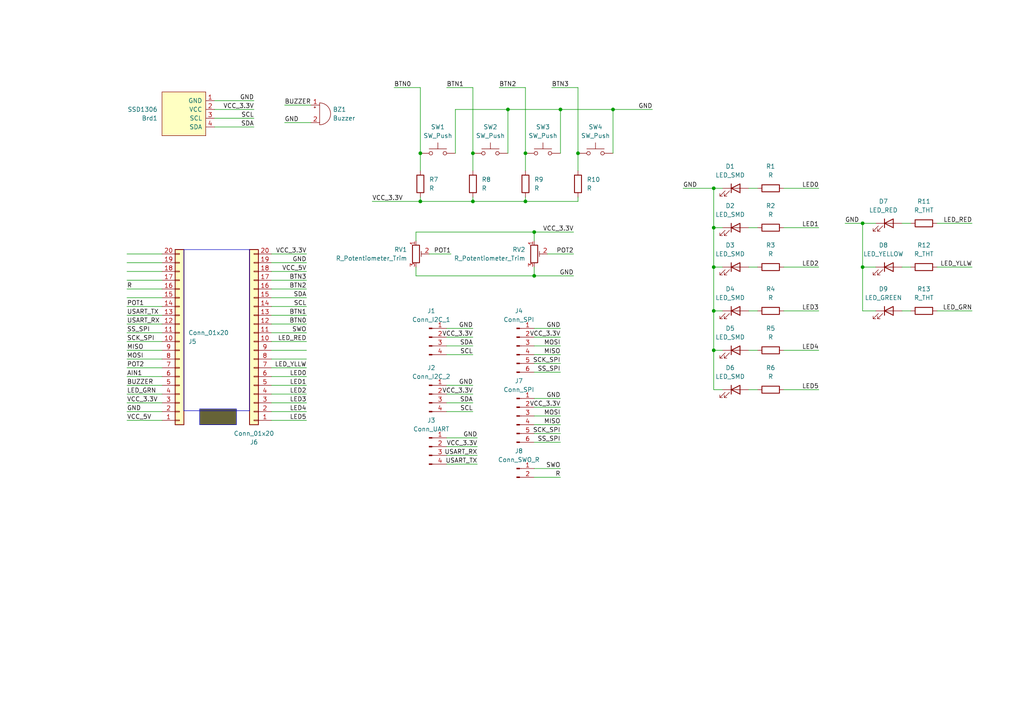
<source format=kicad_sch>
(kicad_sch
	(version 20231120)
	(generator "eeschema")
	(generator_version "8.0")
	(uuid "95625d34-58bc-4bc1-bcd0-f93874aa71e5")
	(paper "A4")
	(lib_symbols
		(symbol "Connector:Conn_01x02_Pin"
			(pin_names
				(offset 1.016) hide)
			(exclude_from_sim no)
			(in_bom yes)
			(on_board yes)
			(property "Reference" "J"
				(at 0 2.54 0)
				(effects
					(font
						(size 1.27 1.27)
					)
				)
			)
			(property "Value" "Conn_01x02_Pin"
				(at 0 -5.08 0)
				(effects
					(font
						(size 1.27 1.27)
					)
				)
			)
			(property "Footprint" ""
				(at 0 0 0)
				(effects
					(font
						(size 1.27 1.27)
					)
					(hide yes)
				)
			)
			(property "Datasheet" "~"
				(at 0 0 0)
				(effects
					(font
						(size 1.27 1.27)
					)
					(hide yes)
				)
			)
			(property "Description" "Generic connector, single row, 01x02, script generated"
				(at 0 0 0)
				(effects
					(font
						(size 1.27 1.27)
					)
					(hide yes)
				)
			)
			(property "ki_locked" ""
				(at 0 0 0)
				(effects
					(font
						(size 1.27 1.27)
					)
				)
			)
			(property "ki_keywords" "connector"
				(at 0 0 0)
				(effects
					(font
						(size 1.27 1.27)
					)
					(hide yes)
				)
			)
			(property "ki_fp_filters" "Connector*:*_1x??_*"
				(at 0 0 0)
				(effects
					(font
						(size 1.27 1.27)
					)
					(hide yes)
				)
			)
			(symbol "Conn_01x02_Pin_1_1"
				(polyline
					(pts
						(xy 1.27 -2.54) (xy 0.8636 -2.54)
					)
					(stroke
						(width 0.1524)
						(type default)
					)
					(fill
						(type none)
					)
				)
				(polyline
					(pts
						(xy 1.27 0) (xy 0.8636 0)
					)
					(stroke
						(width 0.1524)
						(type default)
					)
					(fill
						(type none)
					)
				)
				(rectangle
					(start 0.8636 -2.413)
					(end 0 -2.667)
					(stroke
						(width 0.1524)
						(type default)
					)
					(fill
						(type outline)
					)
				)
				(rectangle
					(start 0.8636 0.127)
					(end 0 -0.127)
					(stroke
						(width 0.1524)
						(type default)
					)
					(fill
						(type outline)
					)
				)
				(pin passive line
					(at 5.08 0 180)
					(length 3.81)
					(name "Pin_1"
						(effects
							(font
								(size 1.27 1.27)
							)
						)
					)
					(number "1"
						(effects
							(font
								(size 1.27 1.27)
							)
						)
					)
				)
				(pin passive line
					(at 5.08 -2.54 180)
					(length 3.81)
					(name "Pin_2"
						(effects
							(font
								(size 1.27 1.27)
							)
						)
					)
					(number "2"
						(effects
							(font
								(size 1.27 1.27)
							)
						)
					)
				)
			)
		)
		(symbol "Connector:Conn_01x04_Pin"
			(pin_names
				(offset 1.016) hide)
			(exclude_from_sim no)
			(in_bom yes)
			(on_board yes)
			(property "Reference" "J"
				(at 0 5.08 0)
				(effects
					(font
						(size 1.27 1.27)
					)
				)
			)
			(property "Value" "Conn_01x04_Pin"
				(at 0 -7.62 0)
				(effects
					(font
						(size 1.27 1.27)
					)
				)
			)
			(property "Footprint" ""
				(at 0 0 0)
				(effects
					(font
						(size 1.27 1.27)
					)
					(hide yes)
				)
			)
			(property "Datasheet" "~"
				(at 0 0 0)
				(effects
					(font
						(size 1.27 1.27)
					)
					(hide yes)
				)
			)
			(property "Description" "Generic connector, single row, 01x04, script generated"
				(at 0 0 0)
				(effects
					(font
						(size 1.27 1.27)
					)
					(hide yes)
				)
			)
			(property "ki_locked" ""
				(at 0 0 0)
				(effects
					(font
						(size 1.27 1.27)
					)
				)
			)
			(property "ki_keywords" "connector"
				(at 0 0 0)
				(effects
					(font
						(size 1.27 1.27)
					)
					(hide yes)
				)
			)
			(property "ki_fp_filters" "Connector*:*_1x??_*"
				(at 0 0 0)
				(effects
					(font
						(size 1.27 1.27)
					)
					(hide yes)
				)
			)
			(symbol "Conn_01x04_Pin_1_1"
				(polyline
					(pts
						(xy 1.27 -5.08) (xy 0.8636 -5.08)
					)
					(stroke
						(width 0.1524)
						(type default)
					)
					(fill
						(type none)
					)
				)
				(polyline
					(pts
						(xy 1.27 -2.54) (xy 0.8636 -2.54)
					)
					(stroke
						(width 0.1524)
						(type default)
					)
					(fill
						(type none)
					)
				)
				(polyline
					(pts
						(xy 1.27 0) (xy 0.8636 0)
					)
					(stroke
						(width 0.1524)
						(type default)
					)
					(fill
						(type none)
					)
				)
				(polyline
					(pts
						(xy 1.27 2.54) (xy 0.8636 2.54)
					)
					(stroke
						(width 0.1524)
						(type default)
					)
					(fill
						(type none)
					)
				)
				(rectangle
					(start 0.8636 -4.953)
					(end 0 -5.207)
					(stroke
						(width 0.1524)
						(type default)
					)
					(fill
						(type outline)
					)
				)
				(rectangle
					(start 0.8636 -2.413)
					(end 0 -2.667)
					(stroke
						(width 0.1524)
						(type default)
					)
					(fill
						(type outline)
					)
				)
				(rectangle
					(start 0.8636 0.127)
					(end 0 -0.127)
					(stroke
						(width 0.1524)
						(type default)
					)
					(fill
						(type outline)
					)
				)
				(rectangle
					(start 0.8636 2.667)
					(end 0 2.413)
					(stroke
						(width 0.1524)
						(type default)
					)
					(fill
						(type outline)
					)
				)
				(pin passive line
					(at 5.08 2.54 180)
					(length 3.81)
					(name "Pin_1"
						(effects
							(font
								(size 1.27 1.27)
							)
						)
					)
					(number "1"
						(effects
							(font
								(size 1.27 1.27)
							)
						)
					)
				)
				(pin passive line
					(at 5.08 0 180)
					(length 3.81)
					(name "Pin_2"
						(effects
							(font
								(size 1.27 1.27)
							)
						)
					)
					(number "2"
						(effects
							(font
								(size 1.27 1.27)
							)
						)
					)
				)
				(pin passive line
					(at 5.08 -2.54 180)
					(length 3.81)
					(name "Pin_3"
						(effects
							(font
								(size 1.27 1.27)
							)
						)
					)
					(number "3"
						(effects
							(font
								(size 1.27 1.27)
							)
						)
					)
				)
				(pin passive line
					(at 5.08 -5.08 180)
					(length 3.81)
					(name "Pin_4"
						(effects
							(font
								(size 1.27 1.27)
							)
						)
					)
					(number "4"
						(effects
							(font
								(size 1.27 1.27)
							)
						)
					)
				)
			)
		)
		(symbol "Connector:Conn_01x06_Pin"
			(pin_names
				(offset 1.016) hide)
			(exclude_from_sim no)
			(in_bom yes)
			(on_board yes)
			(property "Reference" "J"
				(at 0 7.62 0)
				(effects
					(font
						(size 1.27 1.27)
					)
				)
			)
			(property "Value" "Conn_01x06_Pin"
				(at 0 -10.16 0)
				(effects
					(font
						(size 1.27 1.27)
					)
				)
			)
			(property "Footprint" ""
				(at 0 0 0)
				(effects
					(font
						(size 1.27 1.27)
					)
					(hide yes)
				)
			)
			(property "Datasheet" "~"
				(at 0 0 0)
				(effects
					(font
						(size 1.27 1.27)
					)
					(hide yes)
				)
			)
			(property "Description" "Generic connector, single row, 01x06, script generated"
				(at 0 0 0)
				(effects
					(font
						(size 1.27 1.27)
					)
					(hide yes)
				)
			)
			(property "ki_locked" ""
				(at 0 0 0)
				(effects
					(font
						(size 1.27 1.27)
					)
				)
			)
			(property "ki_keywords" "connector"
				(at 0 0 0)
				(effects
					(font
						(size 1.27 1.27)
					)
					(hide yes)
				)
			)
			(property "ki_fp_filters" "Connector*:*_1x??_*"
				(at 0 0 0)
				(effects
					(font
						(size 1.27 1.27)
					)
					(hide yes)
				)
			)
			(symbol "Conn_01x06_Pin_1_1"
				(polyline
					(pts
						(xy 1.27 -7.62) (xy 0.8636 -7.62)
					)
					(stroke
						(width 0.1524)
						(type default)
					)
					(fill
						(type none)
					)
				)
				(polyline
					(pts
						(xy 1.27 -5.08) (xy 0.8636 -5.08)
					)
					(stroke
						(width 0.1524)
						(type default)
					)
					(fill
						(type none)
					)
				)
				(polyline
					(pts
						(xy 1.27 -2.54) (xy 0.8636 -2.54)
					)
					(stroke
						(width 0.1524)
						(type default)
					)
					(fill
						(type none)
					)
				)
				(polyline
					(pts
						(xy 1.27 0) (xy 0.8636 0)
					)
					(stroke
						(width 0.1524)
						(type default)
					)
					(fill
						(type none)
					)
				)
				(polyline
					(pts
						(xy 1.27 2.54) (xy 0.8636 2.54)
					)
					(stroke
						(width 0.1524)
						(type default)
					)
					(fill
						(type none)
					)
				)
				(polyline
					(pts
						(xy 1.27 5.08) (xy 0.8636 5.08)
					)
					(stroke
						(width 0.1524)
						(type default)
					)
					(fill
						(type none)
					)
				)
				(rectangle
					(start 0.8636 -7.493)
					(end 0 -7.747)
					(stroke
						(width 0.1524)
						(type default)
					)
					(fill
						(type outline)
					)
				)
				(rectangle
					(start 0.8636 -4.953)
					(end 0 -5.207)
					(stroke
						(width 0.1524)
						(type default)
					)
					(fill
						(type outline)
					)
				)
				(rectangle
					(start 0.8636 -2.413)
					(end 0 -2.667)
					(stroke
						(width 0.1524)
						(type default)
					)
					(fill
						(type outline)
					)
				)
				(rectangle
					(start 0.8636 0.127)
					(end 0 -0.127)
					(stroke
						(width 0.1524)
						(type default)
					)
					(fill
						(type outline)
					)
				)
				(rectangle
					(start 0.8636 2.667)
					(end 0 2.413)
					(stroke
						(width 0.1524)
						(type default)
					)
					(fill
						(type outline)
					)
				)
				(rectangle
					(start 0.8636 5.207)
					(end 0 4.953)
					(stroke
						(width 0.1524)
						(type default)
					)
					(fill
						(type outline)
					)
				)
				(pin passive line
					(at 5.08 5.08 180)
					(length 3.81)
					(name "Pin_1"
						(effects
							(font
								(size 1.27 1.27)
							)
						)
					)
					(number "1"
						(effects
							(font
								(size 1.27 1.27)
							)
						)
					)
				)
				(pin passive line
					(at 5.08 2.54 180)
					(length 3.81)
					(name "Pin_2"
						(effects
							(font
								(size 1.27 1.27)
							)
						)
					)
					(number "2"
						(effects
							(font
								(size 1.27 1.27)
							)
						)
					)
				)
				(pin passive line
					(at 5.08 0 180)
					(length 3.81)
					(name "Pin_3"
						(effects
							(font
								(size 1.27 1.27)
							)
						)
					)
					(number "3"
						(effects
							(font
								(size 1.27 1.27)
							)
						)
					)
				)
				(pin passive line
					(at 5.08 -2.54 180)
					(length 3.81)
					(name "Pin_4"
						(effects
							(font
								(size 1.27 1.27)
							)
						)
					)
					(number "4"
						(effects
							(font
								(size 1.27 1.27)
							)
						)
					)
				)
				(pin passive line
					(at 5.08 -5.08 180)
					(length 3.81)
					(name "Pin_5"
						(effects
							(font
								(size 1.27 1.27)
							)
						)
					)
					(number "5"
						(effects
							(font
								(size 1.27 1.27)
							)
						)
					)
				)
				(pin passive line
					(at 5.08 -7.62 180)
					(length 3.81)
					(name "Pin_6"
						(effects
							(font
								(size 1.27 1.27)
							)
						)
					)
					(number "6"
						(effects
							(font
								(size 1.27 1.27)
							)
						)
					)
				)
			)
		)
		(symbol "Connector_Generic:Conn_01x20"
			(pin_names
				(offset 1.016) hide)
			(exclude_from_sim no)
			(in_bom yes)
			(on_board yes)
			(property "Reference" "J"
				(at 0 25.4 0)
				(effects
					(font
						(size 1.27 1.27)
					)
				)
			)
			(property "Value" "Conn_01x20"
				(at 0 -27.94 0)
				(effects
					(font
						(size 1.27 1.27)
					)
				)
			)
			(property "Footprint" ""
				(at 0 0 0)
				(effects
					(font
						(size 1.27 1.27)
					)
					(hide yes)
				)
			)
			(property "Datasheet" "~"
				(at 0 0 0)
				(effects
					(font
						(size 1.27 1.27)
					)
					(hide yes)
				)
			)
			(property "Description" "Generic connector, single row, 01x20, script generated (kicad-library-utils/schlib/autogen/connector/)"
				(at 0 0 0)
				(effects
					(font
						(size 1.27 1.27)
					)
					(hide yes)
				)
			)
			(property "ki_keywords" "connector"
				(at 0 0 0)
				(effects
					(font
						(size 1.27 1.27)
					)
					(hide yes)
				)
			)
			(property "ki_fp_filters" "Connector*:*_1x??_*"
				(at 0 0 0)
				(effects
					(font
						(size 1.27 1.27)
					)
					(hide yes)
				)
			)
			(symbol "Conn_01x20_1_1"
				(rectangle
					(start -1.27 -25.273)
					(end 0 -25.527)
					(stroke
						(width 0.1524)
						(type default)
					)
					(fill
						(type none)
					)
				)
				(rectangle
					(start -1.27 -22.733)
					(end 0 -22.987)
					(stroke
						(width 0.1524)
						(type default)
					)
					(fill
						(type none)
					)
				)
				(rectangle
					(start -1.27 -20.193)
					(end 0 -20.447)
					(stroke
						(width 0.1524)
						(type default)
					)
					(fill
						(type none)
					)
				)
				(rectangle
					(start -1.27 -17.653)
					(end 0 -17.907)
					(stroke
						(width 0.1524)
						(type default)
					)
					(fill
						(type none)
					)
				)
				(rectangle
					(start -1.27 -15.113)
					(end 0 -15.367)
					(stroke
						(width 0.1524)
						(type default)
					)
					(fill
						(type none)
					)
				)
				(rectangle
					(start -1.27 -12.573)
					(end 0 -12.827)
					(stroke
						(width 0.1524)
						(type default)
					)
					(fill
						(type none)
					)
				)
				(rectangle
					(start -1.27 -10.033)
					(end 0 -10.287)
					(stroke
						(width 0.1524)
						(type default)
					)
					(fill
						(type none)
					)
				)
				(rectangle
					(start -1.27 -7.493)
					(end 0 -7.747)
					(stroke
						(width 0.1524)
						(type default)
					)
					(fill
						(type none)
					)
				)
				(rectangle
					(start -1.27 -4.953)
					(end 0 -5.207)
					(stroke
						(width 0.1524)
						(type default)
					)
					(fill
						(type none)
					)
				)
				(rectangle
					(start -1.27 -2.413)
					(end 0 -2.667)
					(stroke
						(width 0.1524)
						(type default)
					)
					(fill
						(type none)
					)
				)
				(rectangle
					(start -1.27 0.127)
					(end 0 -0.127)
					(stroke
						(width 0.1524)
						(type default)
					)
					(fill
						(type none)
					)
				)
				(rectangle
					(start -1.27 2.667)
					(end 0 2.413)
					(stroke
						(width 0.1524)
						(type default)
					)
					(fill
						(type none)
					)
				)
				(rectangle
					(start -1.27 5.207)
					(end 0 4.953)
					(stroke
						(width 0.1524)
						(type default)
					)
					(fill
						(type none)
					)
				)
				(rectangle
					(start -1.27 7.747)
					(end 0 7.493)
					(stroke
						(width 0.1524)
						(type default)
					)
					(fill
						(type none)
					)
				)
				(rectangle
					(start -1.27 10.287)
					(end 0 10.033)
					(stroke
						(width 0.1524)
						(type default)
					)
					(fill
						(type none)
					)
				)
				(rectangle
					(start -1.27 12.827)
					(end 0 12.573)
					(stroke
						(width 0.1524)
						(type default)
					)
					(fill
						(type none)
					)
				)
				(rectangle
					(start -1.27 15.367)
					(end 0 15.113)
					(stroke
						(width 0.1524)
						(type default)
					)
					(fill
						(type none)
					)
				)
				(rectangle
					(start -1.27 17.907)
					(end 0 17.653)
					(stroke
						(width 0.1524)
						(type default)
					)
					(fill
						(type none)
					)
				)
				(rectangle
					(start -1.27 20.447)
					(end 0 20.193)
					(stroke
						(width 0.1524)
						(type default)
					)
					(fill
						(type none)
					)
				)
				(rectangle
					(start -1.27 22.987)
					(end 0 22.733)
					(stroke
						(width 0.1524)
						(type default)
					)
					(fill
						(type none)
					)
				)
				(rectangle
					(start -1.27 24.13)
					(end 1.27 -26.67)
					(stroke
						(width 0.254)
						(type default)
					)
					(fill
						(type background)
					)
				)
				(pin passive line
					(at -5.08 22.86 0)
					(length 3.81)
					(name "Pin_1"
						(effects
							(font
								(size 1.27 1.27)
							)
						)
					)
					(number "1"
						(effects
							(font
								(size 1.27 1.27)
							)
						)
					)
				)
				(pin passive line
					(at -5.08 0 0)
					(length 3.81)
					(name "Pin_10"
						(effects
							(font
								(size 1.27 1.27)
							)
						)
					)
					(number "10"
						(effects
							(font
								(size 1.27 1.27)
							)
						)
					)
				)
				(pin passive line
					(at -5.08 -2.54 0)
					(length 3.81)
					(name "Pin_11"
						(effects
							(font
								(size 1.27 1.27)
							)
						)
					)
					(number "11"
						(effects
							(font
								(size 1.27 1.27)
							)
						)
					)
				)
				(pin passive line
					(at -5.08 -5.08 0)
					(length 3.81)
					(name "Pin_12"
						(effects
							(font
								(size 1.27 1.27)
							)
						)
					)
					(number "12"
						(effects
							(font
								(size 1.27 1.27)
							)
						)
					)
				)
				(pin passive line
					(at -5.08 -7.62 0)
					(length 3.81)
					(name "Pin_13"
						(effects
							(font
								(size 1.27 1.27)
							)
						)
					)
					(number "13"
						(effects
							(font
								(size 1.27 1.27)
							)
						)
					)
				)
				(pin passive line
					(at -5.08 -10.16 0)
					(length 3.81)
					(name "Pin_14"
						(effects
							(font
								(size 1.27 1.27)
							)
						)
					)
					(number "14"
						(effects
							(font
								(size 1.27 1.27)
							)
						)
					)
				)
				(pin passive line
					(at -5.08 -12.7 0)
					(length 3.81)
					(name "Pin_15"
						(effects
							(font
								(size 1.27 1.27)
							)
						)
					)
					(number "15"
						(effects
							(font
								(size 1.27 1.27)
							)
						)
					)
				)
				(pin passive line
					(at -5.08 -15.24 0)
					(length 3.81)
					(name "Pin_16"
						(effects
							(font
								(size 1.27 1.27)
							)
						)
					)
					(number "16"
						(effects
							(font
								(size 1.27 1.27)
							)
						)
					)
				)
				(pin passive line
					(at -5.08 -17.78 0)
					(length 3.81)
					(name "Pin_17"
						(effects
							(font
								(size 1.27 1.27)
							)
						)
					)
					(number "17"
						(effects
							(font
								(size 1.27 1.27)
							)
						)
					)
				)
				(pin passive line
					(at -5.08 -20.32 0)
					(length 3.81)
					(name "Pin_18"
						(effects
							(font
								(size 1.27 1.27)
							)
						)
					)
					(number "18"
						(effects
							(font
								(size 1.27 1.27)
							)
						)
					)
				)
				(pin passive line
					(at -5.08 -22.86 0)
					(length 3.81)
					(name "Pin_19"
						(effects
							(font
								(size 1.27 1.27)
							)
						)
					)
					(number "19"
						(effects
							(font
								(size 1.27 1.27)
							)
						)
					)
				)
				(pin passive line
					(at -5.08 20.32 0)
					(length 3.81)
					(name "Pin_2"
						(effects
							(font
								(size 1.27 1.27)
							)
						)
					)
					(number "2"
						(effects
							(font
								(size 1.27 1.27)
							)
						)
					)
				)
				(pin passive line
					(at -5.08 -25.4 0)
					(length 3.81)
					(name "Pin_20"
						(effects
							(font
								(size 1.27 1.27)
							)
						)
					)
					(number "20"
						(effects
							(font
								(size 1.27 1.27)
							)
						)
					)
				)
				(pin passive line
					(at -5.08 17.78 0)
					(length 3.81)
					(name "Pin_3"
						(effects
							(font
								(size 1.27 1.27)
							)
						)
					)
					(number "3"
						(effects
							(font
								(size 1.27 1.27)
							)
						)
					)
				)
				(pin passive line
					(at -5.08 15.24 0)
					(length 3.81)
					(name "Pin_4"
						(effects
							(font
								(size 1.27 1.27)
							)
						)
					)
					(number "4"
						(effects
							(font
								(size 1.27 1.27)
							)
						)
					)
				)
				(pin passive line
					(at -5.08 12.7 0)
					(length 3.81)
					(name "Pin_5"
						(effects
							(font
								(size 1.27 1.27)
							)
						)
					)
					(number "5"
						(effects
							(font
								(size 1.27 1.27)
							)
						)
					)
				)
				(pin passive line
					(at -5.08 10.16 0)
					(length 3.81)
					(name "Pin_6"
						(effects
							(font
								(size 1.27 1.27)
							)
						)
					)
					(number "6"
						(effects
							(font
								(size 1.27 1.27)
							)
						)
					)
				)
				(pin passive line
					(at -5.08 7.62 0)
					(length 3.81)
					(name "Pin_7"
						(effects
							(font
								(size 1.27 1.27)
							)
						)
					)
					(number "7"
						(effects
							(font
								(size 1.27 1.27)
							)
						)
					)
				)
				(pin passive line
					(at -5.08 5.08 0)
					(length 3.81)
					(name "Pin_8"
						(effects
							(font
								(size 1.27 1.27)
							)
						)
					)
					(number "8"
						(effects
							(font
								(size 1.27 1.27)
							)
						)
					)
				)
				(pin passive line
					(at -5.08 2.54 0)
					(length 3.81)
					(name "Pin_9"
						(effects
							(font
								(size 1.27 1.27)
							)
						)
					)
					(number "9"
						(effects
							(font
								(size 1.27 1.27)
							)
						)
					)
				)
			)
		)
		(symbol "Device:Buzzer"
			(pin_names
				(offset 0.0254) hide)
			(exclude_from_sim no)
			(in_bom yes)
			(on_board yes)
			(property "Reference" "BZ"
				(at 3.81 1.27 0)
				(effects
					(font
						(size 1.27 1.27)
					)
					(justify left)
				)
			)
			(property "Value" "Buzzer"
				(at 3.81 -1.27 0)
				(effects
					(font
						(size 1.27 1.27)
					)
					(justify left)
				)
			)
			(property "Footprint" ""
				(at -0.635 2.54 90)
				(effects
					(font
						(size 1.27 1.27)
					)
					(hide yes)
				)
			)
			(property "Datasheet" "~"
				(at -0.635 2.54 90)
				(effects
					(font
						(size 1.27 1.27)
					)
					(hide yes)
				)
			)
			(property "Description" "Buzzer, polarized"
				(at 0 0 0)
				(effects
					(font
						(size 1.27 1.27)
					)
					(hide yes)
				)
			)
			(property "ki_keywords" "quartz resonator ceramic"
				(at 0 0 0)
				(effects
					(font
						(size 1.27 1.27)
					)
					(hide yes)
				)
			)
			(property "ki_fp_filters" "*Buzzer*"
				(at 0 0 0)
				(effects
					(font
						(size 1.27 1.27)
					)
					(hide yes)
				)
			)
			(symbol "Buzzer_0_1"
				(arc
					(start 0 -3.175)
					(mid 3.1612 0)
					(end 0 3.175)
					(stroke
						(width 0)
						(type default)
					)
					(fill
						(type none)
					)
				)
				(polyline
					(pts
						(xy -1.651 1.905) (xy -1.143 1.905)
					)
					(stroke
						(width 0)
						(type default)
					)
					(fill
						(type none)
					)
				)
				(polyline
					(pts
						(xy -1.397 2.159) (xy -1.397 1.651)
					)
					(stroke
						(width 0)
						(type default)
					)
					(fill
						(type none)
					)
				)
				(polyline
					(pts
						(xy 0 3.175) (xy 0 -3.175)
					)
					(stroke
						(width 0)
						(type default)
					)
					(fill
						(type none)
					)
				)
			)
			(symbol "Buzzer_1_1"
				(pin passive line
					(at -2.54 2.54 0)
					(length 2.54)
					(name "+"
						(effects
							(font
								(size 1.27 1.27)
							)
						)
					)
					(number "1"
						(effects
							(font
								(size 1.27 1.27)
							)
						)
					)
				)
				(pin passive line
					(at -2.54 -2.54 0)
					(length 2.54)
					(name "-"
						(effects
							(font
								(size 1.27 1.27)
							)
						)
					)
					(number "2"
						(effects
							(font
								(size 1.27 1.27)
							)
						)
					)
				)
			)
		)
		(symbol "Device:LED"
			(pin_numbers hide)
			(pin_names
				(offset 1.016) hide)
			(exclude_from_sim no)
			(in_bom yes)
			(on_board yes)
			(property "Reference" "D"
				(at 0 2.54 0)
				(effects
					(font
						(size 1.27 1.27)
					)
				)
			)
			(property "Value" "LED"
				(at 0 -2.54 0)
				(effects
					(font
						(size 1.27 1.27)
					)
				)
			)
			(property "Footprint" ""
				(at 0 0 0)
				(effects
					(font
						(size 1.27 1.27)
					)
					(hide yes)
				)
			)
			(property "Datasheet" "~"
				(at 0 0 0)
				(effects
					(font
						(size 1.27 1.27)
					)
					(hide yes)
				)
			)
			(property "Description" "Light emitting diode"
				(at 0 0 0)
				(effects
					(font
						(size 1.27 1.27)
					)
					(hide yes)
				)
			)
			(property "ki_keywords" "LED diode"
				(at 0 0 0)
				(effects
					(font
						(size 1.27 1.27)
					)
					(hide yes)
				)
			)
			(property "ki_fp_filters" "LED* LED_SMD:* LED_THT:*"
				(at 0 0 0)
				(effects
					(font
						(size 1.27 1.27)
					)
					(hide yes)
				)
			)
			(symbol "LED_0_1"
				(polyline
					(pts
						(xy -1.27 -1.27) (xy -1.27 1.27)
					)
					(stroke
						(width 0.254)
						(type default)
					)
					(fill
						(type none)
					)
				)
				(polyline
					(pts
						(xy -1.27 0) (xy 1.27 0)
					)
					(stroke
						(width 0)
						(type default)
					)
					(fill
						(type none)
					)
				)
				(polyline
					(pts
						(xy 1.27 -1.27) (xy 1.27 1.27) (xy -1.27 0) (xy 1.27 -1.27)
					)
					(stroke
						(width 0.254)
						(type default)
					)
					(fill
						(type none)
					)
				)
				(polyline
					(pts
						(xy -3.048 -0.762) (xy -4.572 -2.286) (xy -3.81 -2.286) (xy -4.572 -2.286) (xy -4.572 -1.524)
					)
					(stroke
						(width 0)
						(type default)
					)
					(fill
						(type none)
					)
				)
				(polyline
					(pts
						(xy -1.778 -0.762) (xy -3.302 -2.286) (xy -2.54 -2.286) (xy -3.302 -2.286) (xy -3.302 -1.524)
					)
					(stroke
						(width 0)
						(type default)
					)
					(fill
						(type none)
					)
				)
			)
			(symbol "LED_1_1"
				(pin passive line
					(at -3.81 0 0)
					(length 2.54)
					(name "K"
						(effects
							(font
								(size 1.27 1.27)
							)
						)
					)
					(number "1"
						(effects
							(font
								(size 1.27 1.27)
							)
						)
					)
				)
				(pin passive line
					(at 3.81 0 180)
					(length 2.54)
					(name "A"
						(effects
							(font
								(size 1.27 1.27)
							)
						)
					)
					(number "2"
						(effects
							(font
								(size 1.27 1.27)
							)
						)
					)
				)
			)
		)
		(symbol "Device:R"
			(pin_numbers hide)
			(pin_names
				(offset 0)
			)
			(exclude_from_sim no)
			(in_bom yes)
			(on_board yes)
			(property "Reference" "R"
				(at 2.032 0 90)
				(effects
					(font
						(size 1.27 1.27)
					)
				)
			)
			(property "Value" "R"
				(at 0 0 90)
				(effects
					(font
						(size 1.27 1.27)
					)
				)
			)
			(property "Footprint" ""
				(at -1.778 0 90)
				(effects
					(font
						(size 1.27 1.27)
					)
					(hide yes)
				)
			)
			(property "Datasheet" "~"
				(at 0 0 0)
				(effects
					(font
						(size 1.27 1.27)
					)
					(hide yes)
				)
			)
			(property "Description" "Resistor"
				(at 0 0 0)
				(effects
					(font
						(size 1.27 1.27)
					)
					(hide yes)
				)
			)
			(property "ki_keywords" "R res resistor"
				(at 0 0 0)
				(effects
					(font
						(size 1.27 1.27)
					)
					(hide yes)
				)
			)
			(property "ki_fp_filters" "R_*"
				(at 0 0 0)
				(effects
					(font
						(size 1.27 1.27)
					)
					(hide yes)
				)
			)
			(symbol "R_0_1"
				(rectangle
					(start -1.016 -2.54)
					(end 1.016 2.54)
					(stroke
						(width 0.254)
						(type default)
					)
					(fill
						(type none)
					)
				)
			)
			(symbol "R_1_1"
				(pin passive line
					(at 0 3.81 270)
					(length 1.27)
					(name "~"
						(effects
							(font
								(size 1.27 1.27)
							)
						)
					)
					(number "1"
						(effects
							(font
								(size 1.27 1.27)
							)
						)
					)
				)
				(pin passive line
					(at 0 -3.81 90)
					(length 1.27)
					(name "~"
						(effects
							(font
								(size 1.27 1.27)
							)
						)
					)
					(number "2"
						(effects
							(font
								(size 1.27 1.27)
							)
						)
					)
				)
			)
		)
		(symbol "Device:R_Potentiometer_Trim"
			(pin_names
				(offset 1.016) hide)
			(exclude_from_sim no)
			(in_bom yes)
			(on_board yes)
			(property "Reference" "RV"
				(at -4.445 0 90)
				(effects
					(font
						(size 1.27 1.27)
					)
				)
			)
			(property "Value" "R_Potentiometer_Trim"
				(at -2.54 0 90)
				(effects
					(font
						(size 1.27 1.27)
					)
				)
			)
			(property "Footprint" ""
				(at 0 0 0)
				(effects
					(font
						(size 1.27 1.27)
					)
					(hide yes)
				)
			)
			(property "Datasheet" "~"
				(at 0 0 0)
				(effects
					(font
						(size 1.27 1.27)
					)
					(hide yes)
				)
			)
			(property "Description" "Trim-potentiometer"
				(at 0 0 0)
				(effects
					(font
						(size 1.27 1.27)
					)
					(hide yes)
				)
			)
			(property "ki_keywords" "resistor variable trimpot trimmer"
				(at 0 0 0)
				(effects
					(font
						(size 1.27 1.27)
					)
					(hide yes)
				)
			)
			(property "ki_fp_filters" "Potentiometer*"
				(at 0 0 0)
				(effects
					(font
						(size 1.27 1.27)
					)
					(hide yes)
				)
			)
			(symbol "R_Potentiometer_Trim_0_1"
				(polyline
					(pts
						(xy 1.524 0.762) (xy 1.524 -0.762)
					)
					(stroke
						(width 0)
						(type default)
					)
					(fill
						(type none)
					)
				)
				(polyline
					(pts
						(xy 2.54 0) (xy 1.524 0)
					)
					(stroke
						(width 0)
						(type default)
					)
					(fill
						(type none)
					)
				)
				(rectangle
					(start 1.016 2.54)
					(end -1.016 -2.54)
					(stroke
						(width 0.254)
						(type default)
					)
					(fill
						(type none)
					)
				)
			)
			(symbol "R_Potentiometer_Trim_1_1"
				(pin passive line
					(at 0 3.81 270)
					(length 1.27)
					(name "1"
						(effects
							(font
								(size 1.27 1.27)
							)
						)
					)
					(number "1"
						(effects
							(font
								(size 1.27 1.27)
							)
						)
					)
				)
				(pin passive line
					(at 3.81 0 180)
					(length 1.27)
					(name "2"
						(effects
							(font
								(size 1.27 1.27)
							)
						)
					)
					(number "2"
						(effects
							(font
								(size 1.27 1.27)
							)
						)
					)
				)
				(pin passive line
					(at 0 -3.81 90)
					(length 1.27)
					(name "3"
						(effects
							(font
								(size 1.27 1.27)
							)
						)
					)
					(number "3"
						(effects
							(font
								(size 1.27 1.27)
							)
						)
					)
				)
			)
		)
		(symbol "SSD1306-128x64_OLED:SSD1306"
			(pin_names
				(offset 1.016)
			)
			(exclude_from_sim no)
			(in_bom yes)
			(on_board yes)
			(property "Reference" "Brd"
				(at 0 -3.81 0)
				(effects
					(font
						(size 1.27 1.27)
					)
				)
			)
			(property "Value" "SSD1306"
				(at 0 -1.27 0)
				(effects
					(font
						(size 1.27 1.27)
					)
				)
			)
			(property "Footprint" "KiCad-SSD1306-128x64-master:128x64OLED"
				(at 0 6.35 0)
				(effects
					(font
						(size 1.27 1.27)
					)
					(hide yes)
				)
			)
			(property "Datasheet" ""
				(at 0 6.35 0)
				(effects
					(font
						(size 1.27 1.27)
					)
					(hide yes)
				)
			)
			(property "Description" "SSD1306 OLED"
				(at 0 0 0)
				(effects
					(font
						(size 1.27 1.27)
					)
					(hide yes)
				)
			)
			(property "ki_keywords" "SSD1306"
				(at 0 0 0)
				(effects
					(font
						(size 1.27 1.27)
					)
					(hide yes)
				)
			)
			(property "ki_fp_filters" "SSD1306-128x64_OLED:SSD1306"
				(at 0 0 0)
				(effects
					(font
						(size 1.27 1.27)
					)
					(hide yes)
				)
			)
			(symbol "SSD1306_0_1"
				(rectangle
					(start -6.35 6.35)
					(end 6.35 -6.35)
					(stroke
						(width 0)
						(type solid)
					)
					(fill
						(type background)
					)
				)
			)
			(symbol "SSD1306_1_1"
				(pin input line
					(at -3.81 8.89 270)
					(length 2.54)
					(name "GND"
						(effects
							(font
								(size 1.27 1.27)
							)
						)
					)
					(number "1"
						(effects
							(font
								(size 1.27 1.27)
							)
						)
					)
				)
				(pin input line
					(at -1.27 8.89 270)
					(length 2.54)
					(name "VCC"
						(effects
							(font
								(size 1.27 1.27)
							)
						)
					)
					(number "2"
						(effects
							(font
								(size 1.27 1.27)
							)
						)
					)
				)
				(pin input line
					(at 1.27 8.89 270)
					(length 2.54)
					(name "SCL"
						(effects
							(font
								(size 1.27 1.27)
							)
						)
					)
					(number "3"
						(effects
							(font
								(size 1.27 1.27)
							)
						)
					)
				)
				(pin input line
					(at 3.81 8.89 270)
					(length 2.54)
					(name "SDA"
						(effects
							(font
								(size 1.27 1.27)
							)
						)
					)
					(number "4"
						(effects
							(font
								(size 1.27 1.27)
							)
						)
					)
				)
			)
		)
		(symbol "Switch:SW_Push"
			(pin_numbers hide)
			(pin_names
				(offset 1.016) hide)
			(exclude_from_sim no)
			(in_bom yes)
			(on_board yes)
			(property "Reference" "SW"
				(at 1.27 2.54 0)
				(effects
					(font
						(size 1.27 1.27)
					)
					(justify left)
				)
			)
			(property "Value" "SW_Push"
				(at 0 -1.524 0)
				(effects
					(font
						(size 1.27 1.27)
					)
				)
			)
			(property "Footprint" ""
				(at 0 5.08 0)
				(effects
					(font
						(size 1.27 1.27)
					)
					(hide yes)
				)
			)
			(property "Datasheet" "~"
				(at 0 5.08 0)
				(effects
					(font
						(size 1.27 1.27)
					)
					(hide yes)
				)
			)
			(property "Description" "Push button switch, generic, two pins"
				(at 0 0 0)
				(effects
					(font
						(size 1.27 1.27)
					)
					(hide yes)
				)
			)
			(property "ki_keywords" "switch normally-open pushbutton push-button"
				(at 0 0 0)
				(effects
					(font
						(size 1.27 1.27)
					)
					(hide yes)
				)
			)
			(symbol "SW_Push_0_1"
				(circle
					(center -2.032 0)
					(radius 0.508)
					(stroke
						(width 0)
						(type default)
					)
					(fill
						(type none)
					)
				)
				(polyline
					(pts
						(xy 0 1.27) (xy 0 3.048)
					)
					(stroke
						(width 0)
						(type default)
					)
					(fill
						(type none)
					)
				)
				(polyline
					(pts
						(xy 2.54 1.27) (xy -2.54 1.27)
					)
					(stroke
						(width 0)
						(type default)
					)
					(fill
						(type none)
					)
				)
				(circle
					(center 2.032 0)
					(radius 0.508)
					(stroke
						(width 0)
						(type default)
					)
					(fill
						(type none)
					)
				)
				(pin passive line
					(at -5.08 0 0)
					(length 2.54)
					(name "1"
						(effects
							(font
								(size 1.27 1.27)
							)
						)
					)
					(number "1"
						(effects
							(font
								(size 1.27 1.27)
							)
						)
					)
				)
				(pin passive line
					(at 5.08 0 180)
					(length 2.54)
					(name "2"
						(effects
							(font
								(size 1.27 1.27)
							)
						)
					)
					(number "2"
						(effects
							(font
								(size 1.27 1.27)
							)
						)
					)
				)
			)
		)
	)
	(junction
		(at 250.19 64.77)
		(diameter 0)
		(color 0 0 0 0)
		(uuid "22459d2a-6d5f-471a-b124-b4c409a90030")
	)
	(junction
		(at 207.01 66.04)
		(diameter 0)
		(color 0 0 0 0)
		(uuid "26e0ef01-a675-49ff-8873-fcd9e1f21183")
	)
	(junction
		(at 152.4 58.42)
		(diameter 0)
		(color 0 0 0 0)
		(uuid "2d63ca5e-d118-4127-8baa-fc247c5b89b7")
	)
	(junction
		(at 147.32 31.75)
		(diameter 0)
		(color 0 0 0 0)
		(uuid "2ee32be5-d6b5-4777-8834-0d057cc41d3e")
	)
	(junction
		(at 177.8 31.75)
		(diameter 0)
		(color 0 0 0 0)
		(uuid "3c49d65b-5789-4bd1-a7f3-39eb37a90714")
	)
	(junction
		(at 207.01 101.6)
		(diameter 0)
		(color 0 0 0 0)
		(uuid "3e9bc81a-ec0c-4c6c-9a1c-739bcefb93a2")
	)
	(junction
		(at 154.94 67.31)
		(diameter 0)
		(color 0 0 0 0)
		(uuid "48d8938c-f6a2-4c21-958b-9a1cc5bf71c2")
	)
	(junction
		(at 152.4 44.45)
		(diameter 0)
		(color 0 0 0 0)
		(uuid "4cc9a774-e101-4db1-acf5-ebf3aee249a9")
	)
	(junction
		(at 207.01 90.17)
		(diameter 0)
		(color 0 0 0 0)
		(uuid "4fb02075-5a3e-4774-b0d3-b1cf1d74d2ee")
	)
	(junction
		(at 167.64 44.45)
		(diameter 0)
		(color 0 0 0 0)
		(uuid "5baf2d4d-120c-4a10-a7f3-0fbad3658783")
	)
	(junction
		(at 121.92 44.45)
		(diameter 0)
		(color 0 0 0 0)
		(uuid "6202b54a-87dd-4dd9-b334-c34ffc29f965")
	)
	(junction
		(at 137.16 44.45)
		(diameter 0)
		(color 0 0 0 0)
		(uuid "728e1115-8d43-422b-a1a6-d8bb02cbef84")
	)
	(junction
		(at 137.16 58.42)
		(diameter 0)
		(color 0 0 0 0)
		(uuid "791c14ad-c020-41e7-a755-d1cf4da2c104")
	)
	(junction
		(at 121.92 58.42)
		(diameter 0)
		(color 0 0 0 0)
		(uuid "ab635a41-d1b4-4a3b-8194-201dc03e6fb1")
	)
	(junction
		(at 207.01 77.47)
		(diameter 0)
		(color 0 0 0 0)
		(uuid "ad0ce115-d8bd-463b-8bfe-025dccc4c612")
	)
	(junction
		(at 207.01 54.61)
		(diameter 0)
		(color 0 0 0 0)
		(uuid "ada45993-76bd-48c3-bdaa-f36d162eaa09")
	)
	(junction
		(at 250.19 77.47)
		(diameter 0)
		(color 0 0 0 0)
		(uuid "b3f00c39-1076-4ab5-83ea-88558e030839")
	)
	(junction
		(at 162.56 31.75)
		(diameter 0)
		(color 0 0 0 0)
		(uuid "ba571b25-9eb2-43fb-9194-7bd10d4e034e")
	)
	(junction
		(at 154.94 80.01)
		(diameter 0)
		(color 0 0 0 0)
		(uuid "bc55e4b5-6c86-4e37-899e-13e4fb2a5004")
	)
	(wire
		(pts
			(xy 281.94 90.17) (xy 271.78 90.17)
		)
		(stroke
			(width 0)
			(type default)
		)
		(uuid "00214b9f-227c-4b78-a22f-2091450e378b")
	)
	(wire
		(pts
			(xy 217.17 77.47) (xy 219.71 77.47)
		)
		(stroke
			(width 0)
			(type default)
		)
		(uuid "07d689ec-24ca-48f4-bd5c-9ba99f312f45")
	)
	(wire
		(pts
			(xy 121.92 44.45) (xy 121.92 49.53)
		)
		(stroke
			(width 0)
			(type default)
		)
		(uuid "0b6b1514-9d7e-425a-b3fb-b6012ae3fe9d")
	)
	(wire
		(pts
			(xy 207.01 77.47) (xy 209.55 77.47)
		)
		(stroke
			(width 0)
			(type default)
		)
		(uuid "0c4beadf-9c34-4d96-b613-c3abe38ef474")
	)
	(wire
		(pts
			(xy 207.01 90.17) (xy 207.01 101.6)
		)
		(stroke
			(width 0)
			(type default)
		)
		(uuid "0d706fd9-0554-4135-9d58-f2a898b915e0")
	)
	(wire
		(pts
			(xy 167.64 57.15) (xy 167.64 58.42)
		)
		(stroke
			(width 0)
			(type default)
		)
		(uuid "0df64e01-5910-4ab3-bf3b-0be64be28a5e")
	)
	(wire
		(pts
			(xy 207.01 54.61) (xy 207.01 66.04)
		)
		(stroke
			(width 0)
			(type default)
		)
		(uuid "0ed2357d-4a8c-489a-8f54-db1e348bffa0")
	)
	(wire
		(pts
			(xy 144.78 25.4) (xy 152.4 25.4)
		)
		(stroke
			(width 0)
			(type default)
		)
		(uuid "112f0cea-63fd-4c7f-b16d-ab063dcb3ed6")
	)
	(wire
		(pts
			(xy 129.54 119.38) (xy 137.16 119.38)
		)
		(stroke
			(width 0)
			(type default)
		)
		(uuid "15720b41-ff37-4b3e-9d02-5057db020667")
	)
	(wire
		(pts
			(xy 36.83 83.82) (xy 46.99 83.82)
		)
		(stroke
			(width 0)
			(type default)
		)
		(uuid "16819eb8-12f8-4d55-9e58-50c15ea672a7")
	)
	(wire
		(pts
			(xy 154.94 102.87) (xy 162.56 102.87)
		)
		(stroke
			(width 0)
			(type default)
		)
		(uuid "1835a860-49e7-4f07-8ec2-f603cb986fed")
	)
	(wire
		(pts
			(xy 237.49 113.03) (xy 227.33 113.03)
		)
		(stroke
			(width 0)
			(type default)
		)
		(uuid "195e4fd6-9914-44f7-96e3-2a7bb85017b8")
	)
	(wire
		(pts
			(xy 121.92 25.4) (xy 121.92 44.45)
		)
		(stroke
			(width 0)
			(type default)
		)
		(uuid "20569655-4bb0-4390-8c30-c3792a3e5718")
	)
	(wire
		(pts
			(xy 36.83 101.6) (xy 46.99 101.6)
		)
		(stroke
			(width 0)
			(type default)
		)
		(uuid "223cb4fa-cee5-4beb-949a-4aba4c01912b")
	)
	(wire
		(pts
			(xy 271.78 77.47) (xy 281.94 77.47)
		)
		(stroke
			(width 0)
			(type default)
		)
		(uuid "228249d2-daf1-4055-98b1-b8487ed49f79")
	)
	(wire
		(pts
			(xy 120.65 67.31) (xy 154.94 67.31)
		)
		(stroke
			(width 0)
			(type default)
		)
		(uuid "238487fa-f8d8-44f4-aca2-e790919c7d7a")
	)
	(wire
		(pts
			(xy 129.54 134.62) (xy 138.43 134.62)
		)
		(stroke
			(width 0)
			(type default)
		)
		(uuid "27fac1a0-0b30-4f2d-8344-b3ccc21a517b")
	)
	(wire
		(pts
			(xy 36.83 91.44) (xy 46.99 91.44)
		)
		(stroke
			(width 0)
			(type default)
		)
		(uuid "2851e3ca-b5c6-4cbe-9928-c6a1b1707298")
	)
	(wire
		(pts
			(xy 154.94 107.95) (xy 162.56 107.95)
		)
		(stroke
			(width 0)
			(type default)
		)
		(uuid "2a431aba-1e90-443b-a664-48d6e02bd480")
	)
	(wire
		(pts
			(xy 129.54 97.79) (xy 137.16 97.79)
		)
		(stroke
			(width 0)
			(type default)
		)
		(uuid "2e3d59d3-17bb-4fb6-a4ca-f6b0603dc99d")
	)
	(wire
		(pts
			(xy 167.64 25.4) (xy 167.64 44.45)
		)
		(stroke
			(width 0)
			(type default)
		)
		(uuid "2e54526a-4b62-4533-b1d4-15727e881548")
	)
	(wire
		(pts
			(xy 261.62 64.77) (xy 264.16 64.77)
		)
		(stroke
			(width 0)
			(type default)
		)
		(uuid "2ed5c647-db12-409b-91ef-a2a3f54dfc4e")
	)
	(wire
		(pts
			(xy 209.55 66.04) (xy 207.01 66.04)
		)
		(stroke
			(width 0)
			(type default)
		)
		(uuid "2fe06143-dbab-4889-9186-503c03b9286c")
	)
	(wire
		(pts
			(xy 237.49 54.61) (xy 227.33 54.61)
		)
		(stroke
			(width 0)
			(type default)
		)
		(uuid "305e2691-23e1-47ac-997a-e4d330b2670e")
	)
	(wire
		(pts
			(xy 88.9 106.68) (xy 78.74 106.68)
		)
		(stroke
			(width 0)
			(type default)
		)
		(uuid "30e1f5e0-63c5-4f8b-996a-ec99b4c78687")
	)
	(wire
		(pts
			(xy 36.83 109.22) (xy 46.99 109.22)
		)
		(stroke
			(width 0)
			(type default)
		)
		(uuid "36e7b629-7276-4266-bf8a-89fd60f6ff87")
	)
	(wire
		(pts
			(xy 245.11 64.77) (xy 250.19 64.77)
		)
		(stroke
			(width 0)
			(type default)
		)
		(uuid "38871c6e-1969-489c-bc9e-1a2f9c085240")
	)
	(wire
		(pts
			(xy 120.65 77.47) (xy 120.65 80.01)
		)
		(stroke
			(width 0)
			(type default)
		)
		(uuid "3cce9888-f4d3-496f-bd50-370298d452df")
	)
	(wire
		(pts
			(xy 167.64 44.45) (xy 167.64 49.53)
		)
		(stroke
			(width 0)
			(type default)
		)
		(uuid "3cceadeb-a425-4797-8c9a-ab19f2bdd22a")
	)
	(wire
		(pts
			(xy 36.83 104.14) (xy 46.99 104.14)
		)
		(stroke
			(width 0)
			(type default)
		)
		(uuid "3dba0545-a12b-474a-8e92-e50dda5788a1")
	)
	(wire
		(pts
			(xy 261.62 77.47) (xy 264.16 77.47)
		)
		(stroke
			(width 0)
			(type default)
		)
		(uuid "3e8f39f5-b0d6-47a1-855b-372475aa57df")
	)
	(wire
		(pts
			(xy 129.54 102.87) (xy 137.16 102.87)
		)
		(stroke
			(width 0)
			(type default)
		)
		(uuid "40dad9b9-042b-415c-a4dc-5b9f37cc9242")
	)
	(wire
		(pts
			(xy 78.74 104.14) (xy 88.9 104.14)
		)
		(stroke
			(width 0)
			(type default)
		)
		(uuid "42f65193-a669-423a-abf2-e039229d2afa")
	)
	(wire
		(pts
			(xy 237.49 66.04) (xy 227.33 66.04)
		)
		(stroke
			(width 0)
			(type default)
		)
		(uuid "445123ee-49be-45fd-a1e2-08aa8d9cf392")
	)
	(wire
		(pts
			(xy 78.74 81.28) (xy 88.9 81.28)
		)
		(stroke
			(width 0)
			(type default)
		)
		(uuid "468c1745-9d59-42be-b113-26663ff93e64")
	)
	(wire
		(pts
			(xy 154.94 105.41) (xy 162.56 105.41)
		)
		(stroke
			(width 0)
			(type default)
		)
		(uuid "470ff453-cf2c-43e0-89c6-5e462e217a43")
	)
	(wire
		(pts
			(xy 36.83 106.68) (xy 46.99 106.68)
		)
		(stroke
			(width 0)
			(type default)
		)
		(uuid "48baeaec-c4df-4503-9bfc-2691086033f8")
	)
	(wire
		(pts
			(xy 162.56 31.75) (xy 162.56 44.45)
		)
		(stroke
			(width 0)
			(type default)
		)
		(uuid "4a19c1df-a008-4018-a955-3df70d3cc501")
	)
	(wire
		(pts
			(xy 62.23 29.21) (xy 73.66 29.21)
		)
		(stroke
			(width 0)
			(type default)
		)
		(uuid "4e8bdf2e-64a1-451f-a44a-41c6c4537a8f")
	)
	(wire
		(pts
			(xy 78.74 93.98) (xy 88.9 93.98)
		)
		(stroke
			(width 0)
			(type default)
		)
		(uuid "4febab3e-0d19-48cb-9bfa-f86a5c43ac0b")
	)
	(wire
		(pts
			(xy 137.16 44.45) (xy 137.16 49.53)
		)
		(stroke
			(width 0)
			(type default)
		)
		(uuid "5064a086-31c3-461c-8334-35c0d054686c")
	)
	(wire
		(pts
			(xy 237.49 101.6) (xy 227.33 101.6)
		)
		(stroke
			(width 0)
			(type default)
		)
		(uuid "5600e1f4-4efd-43de-a6f6-020714748643")
	)
	(wire
		(pts
			(xy 137.16 25.4) (xy 137.16 44.45)
		)
		(stroke
			(width 0)
			(type default)
		)
		(uuid "573f97cb-b4b9-4b7b-ba59-cca0c90a1753")
	)
	(wire
		(pts
			(xy 158.75 73.66) (xy 166.37 73.66)
		)
		(stroke
			(width 0)
			(type default)
		)
		(uuid "59ad383e-eceb-4275-b746-7e5d7fe2e8aa")
	)
	(wire
		(pts
			(xy 88.9 121.92) (xy 78.74 121.92)
		)
		(stroke
			(width 0)
			(type default)
		)
		(uuid "5cc28a62-b540-4f86-9570-fb7e182d9a27")
	)
	(wire
		(pts
			(xy 88.9 86.36) (xy 78.74 86.36)
		)
		(stroke
			(width 0)
			(type default)
		)
		(uuid "5d730219-c7c0-4075-bd40-30b78c13b59c")
	)
	(wire
		(pts
			(xy 154.94 135.89) (xy 162.56 135.89)
		)
		(stroke
			(width 0)
			(type default)
		)
		(uuid "5e903756-6796-4cda-b289-731af240c62d")
	)
	(wire
		(pts
			(xy 36.83 116.84) (xy 46.99 116.84)
		)
		(stroke
			(width 0)
			(type default)
		)
		(uuid "61d5d4c1-35f6-4c21-a1f9-e279cce00633")
	)
	(wire
		(pts
			(xy 237.49 90.17) (xy 227.33 90.17)
		)
		(stroke
			(width 0)
			(type default)
		)
		(uuid "61d9296e-823b-4570-9413-294a2a8bca3f")
	)
	(wire
		(pts
			(xy 88.9 76.2) (xy 78.74 76.2)
		)
		(stroke
			(width 0)
			(type default)
		)
		(uuid "64e6ced4-56d2-4c6b-9f9c-0950adb95ffe")
	)
	(wire
		(pts
			(xy 217.17 66.04) (xy 219.71 66.04)
		)
		(stroke
			(width 0)
			(type default)
		)
		(uuid "671d7ab8-84a8-4a0d-9eda-5d3c198754c4")
	)
	(wire
		(pts
			(xy 154.94 97.79) (xy 162.56 97.79)
		)
		(stroke
			(width 0)
			(type default)
		)
		(uuid "6c1f5c4a-3702-40c0-87e0-39cab3e66ce6")
	)
	(wire
		(pts
			(xy 154.94 67.31) (xy 166.37 67.31)
		)
		(stroke
			(width 0)
			(type default)
		)
		(uuid "6d3ebd71-ee39-4007-a503-1a854b59c3ac")
	)
	(wire
		(pts
			(xy 217.17 113.03) (xy 219.71 113.03)
		)
		(stroke
			(width 0)
			(type default)
		)
		(uuid "6fc7e985-3264-463a-b0f6-4393adf5add6")
	)
	(wire
		(pts
			(xy 62.23 31.75) (xy 73.66 31.75)
		)
		(stroke
			(width 0)
			(type default)
		)
		(uuid "7345b089-a1fc-490d-a79f-9b5a2c2f8b1a")
	)
	(wire
		(pts
			(xy 154.94 67.31) (xy 154.94 69.85)
		)
		(stroke
			(width 0)
			(type default)
		)
		(uuid "7665c002-03bd-4dfa-983c-9c4832cd3d6d")
	)
	(wire
		(pts
			(xy 62.23 36.83) (xy 73.66 36.83)
		)
		(stroke
			(width 0)
			(type default)
		)
		(uuid "786164e4-db86-4331-8bec-ca110ca32445")
	)
	(wire
		(pts
			(xy 121.92 57.15) (xy 121.92 58.42)
		)
		(stroke
			(width 0)
			(type default)
		)
		(uuid "787b7036-0c04-41ba-8f62-63efecca41bb")
	)
	(wire
		(pts
			(xy 132.08 31.75) (xy 147.32 31.75)
		)
		(stroke
			(width 0)
			(type default)
		)
		(uuid "7a68fa4a-47d4-4623-8054-05ffc2d2853a")
	)
	(wire
		(pts
			(xy 154.94 125.73) (xy 162.56 125.73)
		)
		(stroke
			(width 0)
			(type default)
		)
		(uuid "7bf66a84-d00c-4b8e-9a71-00dc5cb90067")
	)
	(wire
		(pts
			(xy 207.01 77.47) (xy 207.01 90.17)
		)
		(stroke
			(width 0)
			(type default)
		)
		(uuid "7d68c395-26a0-49ed-801e-9605085d25f1")
	)
	(wire
		(pts
			(xy 177.8 31.75) (xy 177.8 44.45)
		)
		(stroke
			(width 0)
			(type default)
		)
		(uuid "7e9541e3-e372-4382-972e-42a1553df404")
	)
	(wire
		(pts
			(xy 88.9 116.84) (xy 78.74 116.84)
		)
		(stroke
			(width 0)
			(type default)
		)
		(uuid "7f738736-c365-4e10-b1ba-451973f248f8")
	)
	(wire
		(pts
			(xy 132.08 44.45) (xy 132.08 31.75)
		)
		(stroke
			(width 0)
			(type default)
		)
		(uuid "80747450-1387-40e6-87aa-be826a9af78c")
	)
	(wire
		(pts
			(xy 88.9 119.38) (xy 78.74 119.38)
		)
		(stroke
			(width 0)
			(type default)
		)
		(uuid "86ad11c7-5463-4728-ab40-77e7b5568aa8")
	)
	(wire
		(pts
			(xy 36.83 81.28) (xy 46.99 81.28)
		)
		(stroke
			(width 0)
			(type default)
		)
		(uuid "8727bbda-bbc9-424f-a892-ddb6eeec2d6a")
	)
	(wire
		(pts
			(xy 207.01 66.04) (xy 207.01 77.47)
		)
		(stroke
			(width 0)
			(type default)
		)
		(uuid "8779daf5-a786-4f37-9dfc-193f7b382d5c")
	)
	(wire
		(pts
			(xy 124.46 73.66) (xy 130.81 73.66)
		)
		(stroke
			(width 0)
			(type default)
		)
		(uuid "884a194f-b914-42f9-a244-7d125cfc96f6")
	)
	(wire
		(pts
			(xy 36.83 111.76) (xy 46.99 111.76)
		)
		(stroke
			(width 0)
			(type default)
		)
		(uuid "898854d4-8e8c-465a-af6c-7fb66716c168")
	)
	(wire
		(pts
			(xy 107.95 58.42) (xy 121.92 58.42)
		)
		(stroke
			(width 0)
			(type default)
		)
		(uuid "8ed8ab50-f720-4194-8902-6f70b887e309")
	)
	(wire
		(pts
			(xy 154.94 128.27) (xy 162.56 128.27)
		)
		(stroke
			(width 0)
			(type default)
		)
		(uuid "9156f21b-4794-4ad8-97ae-5cace40f0750")
	)
	(wire
		(pts
			(xy 160.02 25.4) (xy 167.64 25.4)
		)
		(stroke
			(width 0)
			(type default)
		)
		(uuid "936d7508-57b6-4448-904b-29779b352a44")
	)
	(wire
		(pts
			(xy 137.16 58.42) (xy 152.4 58.42)
		)
		(stroke
			(width 0)
			(type default)
		)
		(uuid "944e14fe-a0c9-4dab-af6c-26e931c836b3")
	)
	(wire
		(pts
			(xy 250.19 90.17) (xy 254 90.17)
		)
		(stroke
			(width 0)
			(type default)
		)
		(uuid "95f7d298-d6e7-4836-851f-4dd4b0d9b80d")
	)
	(wire
		(pts
			(xy 152.4 57.15) (xy 152.4 58.42)
		)
		(stroke
			(width 0)
			(type default)
		)
		(uuid "97d7e0e1-4530-499d-ba3c-fe9975661a4e")
	)
	(wire
		(pts
			(xy 36.83 73.66) (xy 46.99 73.66)
		)
		(stroke
			(width 0)
			(type default)
		)
		(uuid "9a46179e-2c75-455a-9aea-27e7d6ed4d7e")
	)
	(wire
		(pts
			(xy 88.9 88.9) (xy 78.74 88.9)
		)
		(stroke
			(width 0)
			(type default)
		)
		(uuid "9b3ee72d-6837-4cd1-bc64-f716f1900a53")
	)
	(wire
		(pts
			(xy 154.94 95.25) (xy 162.56 95.25)
		)
		(stroke
			(width 0)
			(type default)
		)
		(uuid "a04f37ca-b35c-4b51-b6b0-84ae44231e37")
	)
	(wire
		(pts
			(xy 154.94 80.01) (xy 166.37 80.01)
		)
		(stroke
			(width 0)
			(type default)
		)
		(uuid "a06f58af-6fc2-4c9c-be93-c65c874abc86")
	)
	(wire
		(pts
			(xy 88.9 109.22) (xy 78.74 109.22)
		)
		(stroke
			(width 0)
			(type default)
		)
		(uuid "a198134a-cb8f-4e71-b8ca-b50211ffe9ba")
	)
	(wire
		(pts
			(xy 129.54 129.54) (xy 138.43 129.54)
		)
		(stroke
			(width 0)
			(type default)
		)
		(uuid "a2da04cf-84d0-4c47-955f-9e38d82eb3c2")
	)
	(wire
		(pts
			(xy 281.94 64.77) (xy 271.78 64.77)
		)
		(stroke
			(width 0)
			(type default)
		)
		(uuid "a3ac8b0f-10d6-4b64-ac30-d0f1c029904b")
	)
	(wire
		(pts
			(xy 36.83 93.98) (xy 46.99 93.98)
		)
		(stroke
			(width 0)
			(type default)
		)
		(uuid "a3ae103b-3534-447f-abf9-0439fb18d8ab")
	)
	(wire
		(pts
			(xy 36.83 78.74) (xy 46.99 78.74)
		)
		(stroke
			(width 0)
			(type default)
		)
		(uuid "a5e4be49-a4e7-4188-b67b-f157cc44579d")
	)
	(wire
		(pts
			(xy 137.16 57.15) (xy 137.16 58.42)
		)
		(stroke
			(width 0)
			(type default)
		)
		(uuid "a88e1501-d0be-4888-b16c-77bbded8b0ef")
	)
	(wire
		(pts
			(xy 152.4 25.4) (xy 152.4 44.45)
		)
		(stroke
			(width 0)
			(type default)
		)
		(uuid "aa0158e4-05b9-479b-9aca-c1f461aa7316")
	)
	(wire
		(pts
			(xy 88.9 73.66) (xy 78.74 73.66)
		)
		(stroke
			(width 0)
			(type default)
		)
		(uuid "aa9a78e9-5496-4138-a25e-0abc3a608fb3")
	)
	(wire
		(pts
			(xy 261.62 90.17) (xy 264.16 90.17)
		)
		(stroke
			(width 0)
			(type default)
		)
		(uuid "aa9d5b3c-39a4-4f2d-8a48-e93061b855ba")
	)
	(wire
		(pts
			(xy 129.54 114.3) (xy 137.16 114.3)
		)
		(stroke
			(width 0)
			(type default)
		)
		(uuid "ab449570-570b-4800-9a44-2d5c564f0b5a")
	)
	(wire
		(pts
			(xy 36.83 119.38) (xy 46.99 119.38)
		)
		(stroke
			(width 0)
			(type default)
		)
		(uuid "acf80cef-849f-4d6a-aa8f-882477ff3ce9")
	)
	(wire
		(pts
			(xy 154.94 138.43) (xy 162.56 138.43)
		)
		(stroke
			(width 0)
			(type default)
		)
		(uuid "adbc1c49-da24-4ce9-b3c1-a284eaec38a7")
	)
	(wire
		(pts
			(xy 129.54 100.33) (xy 137.16 100.33)
		)
		(stroke
			(width 0)
			(type default)
		)
		(uuid "b052c05a-721a-42e9-8731-4cbd48e14682")
	)
	(wire
		(pts
			(xy 88.9 99.06) (xy 78.74 99.06)
		)
		(stroke
			(width 0)
			(type default)
		)
		(uuid "b15ddae9-164c-4371-8ac8-6f214bd123a9")
	)
	(wire
		(pts
			(xy 154.94 118.11) (xy 162.56 118.11)
		)
		(stroke
			(width 0)
			(type default)
		)
		(uuid "b3dfa481-c05e-48d1-86d9-9aff167ddfe3")
	)
	(wire
		(pts
			(xy 217.17 54.61) (xy 219.71 54.61)
		)
		(stroke
			(width 0)
			(type default)
		)
		(uuid "b613f154-29f3-48dd-84bb-f52363480c11")
	)
	(wire
		(pts
			(xy 78.74 83.82) (xy 88.9 83.82)
		)
		(stroke
			(width 0)
			(type default)
		)
		(uuid "b887a85c-0ce3-4ead-94a9-268782de79ad")
	)
	(wire
		(pts
			(xy 36.83 88.9) (xy 46.99 88.9)
		)
		(stroke
			(width 0)
			(type default)
		)
		(uuid "b8f30d59-46ba-4e84-8b28-06952dfd6b3c")
	)
	(wire
		(pts
			(xy 217.17 101.6) (xy 219.71 101.6)
		)
		(stroke
			(width 0)
			(type default)
		)
		(uuid "bcb75d7f-5811-482f-8a7d-8b574703799b")
	)
	(wire
		(pts
			(xy 152.4 44.45) (xy 152.4 49.53)
		)
		(stroke
			(width 0)
			(type default)
		)
		(uuid "bda584dd-07bc-49bd-a35b-f62c6326a2e0")
	)
	(wire
		(pts
			(xy 114.3 25.4) (xy 121.92 25.4)
		)
		(stroke
			(width 0)
			(type default)
		)
		(uuid "bef61aaa-c6a1-4ae8-9cc4-13bf87ad4267")
	)
	(wire
		(pts
			(xy 154.94 115.57) (xy 162.56 115.57)
		)
		(stroke
			(width 0)
			(type default)
		)
		(uuid "c2980563-a5e5-48dd-880c-3a132900d278")
	)
	(wire
		(pts
			(xy 129.54 25.4) (xy 137.16 25.4)
		)
		(stroke
			(width 0)
			(type default)
		)
		(uuid "c35497fe-b4ff-47b6-a1bd-a5a35401ca4c")
	)
	(wire
		(pts
			(xy 129.54 95.25) (xy 137.16 95.25)
		)
		(stroke
			(width 0)
			(type default)
		)
		(uuid "c4309b0b-ecdc-4558-bcbd-66ab3af8e97b")
	)
	(wire
		(pts
			(xy 154.94 100.33) (xy 162.56 100.33)
		)
		(stroke
			(width 0)
			(type default)
		)
		(uuid "c4b560b7-1ccb-4342-a14b-5be685d00bf7")
	)
	(wire
		(pts
			(xy 152.4 58.42) (xy 167.64 58.42)
		)
		(stroke
			(width 0)
			(type default)
		)
		(uuid "c4e174d5-9fa8-44bc-80e1-7fbcc0348afe")
	)
	(wire
		(pts
			(xy 78.74 96.52) (xy 88.9 96.52)
		)
		(stroke
			(width 0)
			(type default)
		)
		(uuid "c5229790-82ff-46dc-ba02-a18ca6f95bfd")
	)
	(wire
		(pts
			(xy 177.8 31.75) (xy 189.23 31.75)
		)
		(stroke
			(width 0)
			(type default)
		)
		(uuid "c5bcd9db-0b6c-4ab6-9c94-7b0ee601f2f7")
	)
	(wire
		(pts
			(xy 36.83 121.92) (xy 46.99 121.92)
		)
		(stroke
			(width 0)
			(type default)
		)
		(uuid "c5e945bc-2225-4ad4-a330-ebde5a3e1df3")
	)
	(wire
		(pts
			(xy 120.65 80.01) (xy 154.94 80.01)
		)
		(stroke
			(width 0)
			(type default)
		)
		(uuid "c64034fa-dd0d-484e-a28d-7a833ffa0e02")
	)
	(wire
		(pts
			(xy 36.83 86.36) (xy 46.99 86.36)
		)
		(stroke
			(width 0)
			(type default)
		)
		(uuid "c83857ce-d5d5-40de-8cac-bdc4c6bfad3b")
	)
	(wire
		(pts
			(xy 154.94 80.01) (xy 154.94 77.47)
		)
		(stroke
			(width 0)
			(type default)
		)
		(uuid "c856f668-bcca-4dbe-9160-d0fc29ba5c68")
	)
	(wire
		(pts
			(xy 129.54 127) (xy 138.43 127)
		)
		(stroke
			(width 0)
			(type default)
		)
		(uuid "c8e0a179-4f41-449f-ae93-f61e710b244b")
	)
	(wire
		(pts
			(xy 88.9 78.74) (xy 78.74 78.74)
		)
		(stroke
			(width 0)
			(type default)
		)
		(uuid "c9bdf026-1147-49e0-8df6-1671aa368508")
	)
	(wire
		(pts
			(xy 62.23 34.29) (xy 73.66 34.29)
		)
		(stroke
			(width 0)
			(type default)
		)
		(uuid "cdf25bfe-bed9-40dd-a109-8e8c8ef32686")
	)
	(wire
		(pts
			(xy 209.55 54.61) (xy 207.01 54.61)
		)
		(stroke
			(width 0)
			(type default)
		)
		(uuid "ce468889-648b-4478-a78f-fefe396454c3")
	)
	(wire
		(pts
			(xy 82.55 30.48) (xy 90.17 30.48)
		)
		(stroke
			(width 0)
			(type default)
		)
		(uuid "cf928511-2123-41a2-8929-2884e2f5c706")
	)
	(wire
		(pts
			(xy 88.9 114.3) (xy 78.74 114.3)
		)
		(stroke
			(width 0)
			(type default)
		)
		(uuid "cfb53e99-a2f3-4771-9666-56a4043724d5")
	)
	(wire
		(pts
			(xy 207.01 90.17) (xy 209.55 90.17)
		)
		(stroke
			(width 0)
			(type default)
		)
		(uuid "d0f248e5-92d2-46de-a5e8-29460e30d189")
	)
	(wire
		(pts
			(xy 250.19 77.47) (xy 254 77.47)
		)
		(stroke
			(width 0)
			(type default)
		)
		(uuid "d35a6151-7501-4fe3-8899-576670d42dea")
	)
	(wire
		(pts
			(xy 154.94 120.65) (xy 162.56 120.65)
		)
		(stroke
			(width 0)
			(type default)
		)
		(uuid "d5f507bf-0d26-426f-a10b-103182e967a6")
	)
	(wire
		(pts
			(xy 250.19 64.77) (xy 250.19 77.47)
		)
		(stroke
			(width 0)
			(type default)
		)
		(uuid "d8427f21-de4d-4a90-bb44-f808b7c00c75")
	)
	(wire
		(pts
			(xy 120.65 69.85) (xy 120.65 67.31)
		)
		(stroke
			(width 0)
			(type default)
		)
		(uuid "d986270c-7f94-46f2-824f-0ba423d6dd79")
	)
	(wire
		(pts
			(xy 129.54 116.84) (xy 137.16 116.84)
		)
		(stroke
			(width 0)
			(type default)
		)
		(uuid "da574845-d2bf-41ef-a75d-a0c4bf2fcb71")
	)
	(wire
		(pts
			(xy 46.99 114.3) (xy 36.83 114.3)
		)
		(stroke
			(width 0)
			(type default)
		)
		(uuid "db39faeb-3c68-49ef-ae80-7334bb6ef153")
	)
	(wire
		(pts
			(xy 78.74 91.44) (xy 88.9 91.44)
		)
		(stroke
			(width 0)
			(type default)
		)
		(uuid "de40383b-8324-484e-9f37-9f8c7e240eb3")
	)
	(wire
		(pts
			(xy 162.56 31.75) (xy 177.8 31.75)
		)
		(stroke
			(width 0)
			(type default)
		)
		(uuid "e0b8dcf1-8a9e-4a9d-9b96-bb9ff3ef5b38")
	)
	(wire
		(pts
			(xy 147.32 31.75) (xy 147.32 44.45)
		)
		(stroke
			(width 0)
			(type default)
		)
		(uuid "e2b80ef2-bba7-4481-8ae5-9d507d246387")
	)
	(wire
		(pts
			(xy 88.9 111.76) (xy 78.74 111.76)
		)
		(stroke
			(width 0)
			(type default)
		)
		(uuid "e35f3f44-adf8-4fba-bb80-99fcb9962566")
	)
	(wire
		(pts
			(xy 82.55 35.56) (xy 90.17 35.56)
		)
		(stroke
			(width 0)
			(type default)
		)
		(uuid "e594c146-0c16-4d59-be59-38fb291a3aa4")
	)
	(wire
		(pts
			(xy 36.83 76.2) (xy 46.99 76.2)
		)
		(stroke
			(width 0)
			(type default)
		)
		(uuid "e6d2da60-9733-4e8f-8847-88a4f57f5b22")
	)
	(wire
		(pts
			(xy 217.17 90.17) (xy 219.71 90.17)
		)
		(stroke
			(width 0)
			(type default)
		)
		(uuid "e86bddd8-44e8-4b58-9197-ab6e21c9f0e2")
	)
	(wire
		(pts
			(xy 147.32 31.75) (xy 162.56 31.75)
		)
		(stroke
			(width 0)
			(type default)
		)
		(uuid "eb6a14f2-9597-4e40-9915-d24646c58833")
	)
	(wire
		(pts
			(xy 250.19 77.47) (xy 250.19 90.17)
		)
		(stroke
			(width 0)
			(type default)
		)
		(uuid "ed6b8835-80be-4158-bad7-e328a6411bfb")
	)
	(wire
		(pts
			(xy 207.01 113.03) (xy 209.55 113.03)
		)
		(stroke
			(width 0)
			(type default)
		)
		(uuid "ee84fdb4-6ba2-4368-9cd9-ad70fc14d771")
	)
	(wire
		(pts
			(xy 207.01 101.6) (xy 207.01 113.03)
		)
		(stroke
			(width 0)
			(type default)
		)
		(uuid "eec47fe9-6845-4ea7-99f1-26073ff39f40")
	)
	(wire
		(pts
			(xy 154.94 123.19) (xy 162.56 123.19)
		)
		(stroke
			(width 0)
			(type default)
		)
		(uuid "f0e80608-93c3-4954-ba95-4cc0548dcaff")
	)
	(wire
		(pts
			(xy 36.83 96.52) (xy 46.99 96.52)
		)
		(stroke
			(width 0)
			(type default)
		)
		(uuid "f117a408-ccd8-4c53-b129-5af30c34bf11")
	)
	(wire
		(pts
			(xy 250.19 64.77) (xy 254 64.77)
		)
		(stroke
			(width 0)
			(type default)
		)
		(uuid "f2ba5152-d1e4-45e9-bae4-474525426a19")
	)
	(wire
		(pts
			(xy 198.12 54.61) (xy 207.01 54.61)
		)
		(stroke
			(width 0)
			(type default)
		)
		(uuid "f6342140-54c5-415f-a925-65c02f754551")
	)
	(wire
		(pts
			(xy 78.74 101.6) (xy 88.9 101.6)
		)
		(stroke
			(width 0)
			(type default)
		)
		(uuid "f7c9d261-3f5b-48a9-b119-f6724422cb29")
	)
	(wire
		(pts
			(xy 129.54 111.76) (xy 137.16 111.76)
		)
		(stroke
			(width 0)
			(type default)
		)
		(uuid "f9a4c545-0d0a-4773-81f6-9c11172689a3")
	)
	(wire
		(pts
			(xy 237.49 77.47) (xy 227.33 77.47)
		)
		(stroke
			(width 0)
			(type default)
		)
		(uuid "facf9daf-a262-494c-9b61-0f7a36bc9b7f")
	)
	(wire
		(pts
			(xy 121.92 58.42) (xy 137.16 58.42)
		)
		(stroke
			(width 0)
			(type default)
		)
		(uuid "fb589abf-12e8-4a4a-9b98-c9c3da88e585")
	)
	(wire
		(pts
			(xy 207.01 101.6) (xy 209.55 101.6)
		)
		(stroke
			(width 0)
			(type default)
		)
		(uuid "fc28b935-beb2-4c23-a414-b5ac1ad64a64")
	)
	(wire
		(pts
			(xy 129.54 132.08) (xy 138.43 132.08)
		)
		(stroke
			(width 0)
			(type default)
		)
		(uuid "fdb98984-6687-4aeb-91d2-02c5ae10cebd")
	)
	(wire
		(pts
			(xy 36.83 99.06) (xy 46.99 99.06)
		)
		(stroke
			(width 0)
			(type default)
		)
		(uuid "fe73ca65-8a53-45c9-a35f-ccf636009ff5")
	)
	(rectangle
		(start 53.34 72.39)
		(end 72.39 119.126)
		(stroke
			(width 0)
			(type default)
		)
		(fill
			(type color)
			(color 0 0 0 0)
		)
		(uuid 0be22d6a-8da1-4c99-b746-e2dca4ddd470)
	)
	(rectangle
		(start 57.912 118.618)
		(end 68.58 123.19)
		(stroke
			(width 0)
			(type default)
		)
		(fill
			(type color)
			(color 102 99 55 1)
		)
		(uuid 24fc03aa-c524-4fab-827c-258e0d43ccf6)
	)
	(label "SCK_SPI"
		(at 162.56 125.73 180)
		(fields_autoplaced yes)
		(effects
			(font
				(size 1.27 1.27)
			)
			(justify right bottom)
		)
		(uuid "009f7d33-7d1b-4e94-9bcb-26b5027b32b6")
	)
	(label "BTN0"
		(at 114.3 25.4 0)
		(fields_autoplaced yes)
		(effects
			(font
				(size 1.27 1.27)
			)
			(justify left bottom)
		)
		(uuid "016aed54-a934-4855-9603-be7f99838aa1")
	)
	(label "SCK_SPI"
		(at 36.83 99.06 0)
		(fields_autoplaced yes)
		(effects
			(font
				(size 1.27 1.27)
			)
			(justify left bottom)
		)
		(uuid "017f14e3-ef26-4018-a891-9a7120a57ec3")
	)
	(label "VCC_3.3V"
		(at 166.37 67.31 180)
		(fields_autoplaced yes)
		(effects
			(font
				(size 1.27 1.27)
			)
			(justify right bottom)
		)
		(uuid "02910156-6c0e-44c9-b63b-4184fa1970d8")
	)
	(label "LED2"
		(at 237.49 77.47 180)
		(fields_autoplaced yes)
		(effects
			(font
				(size 1.27 1.27)
			)
			(justify right bottom)
		)
		(uuid "0a88169c-bb36-479e-b49f-693b40f8879d")
	)
	(label "LED1"
		(at 88.9 111.76 180)
		(fields_autoplaced yes)
		(effects
			(font
				(size 1.27 1.27)
			)
			(justify right bottom)
		)
		(uuid "0ee18efe-8c0b-4040-92d9-df460c5ef042")
	)
	(label "SS_SPI"
		(at 36.83 96.52 0)
		(fields_autoplaced yes)
		(effects
			(font
				(size 1.27 1.27)
			)
			(justify left bottom)
		)
		(uuid "0f48af1b-6148-455a-bb19-d0cc6d0668ee")
	)
	(label "GND"
		(at 73.66 29.21 180)
		(fields_autoplaced yes)
		(effects
			(font
				(size 1.27 1.27)
			)
			(justify right bottom)
		)
		(uuid "164a6f52-1c19-4550-ac16-bd26c2cd346c")
	)
	(label "BTN0"
		(at 88.9 93.98 180)
		(fields_autoplaced yes)
		(effects
			(font
				(size 1.27 1.27)
			)
			(justify right bottom)
		)
		(uuid "16f07988-3bed-4fce-9819-5afec1014350")
	)
	(label "LED2"
		(at 88.9 114.3 180)
		(fields_autoplaced yes)
		(effects
			(font
				(size 1.27 1.27)
			)
			(justify right bottom)
		)
		(uuid "1c39aa23-4146-46b4-a6aa-cf58f4d6ba0d")
	)
	(label "LED0"
		(at 88.9 109.22 180)
		(fields_autoplaced yes)
		(effects
			(font
				(size 1.27 1.27)
			)
			(justify right bottom)
		)
		(uuid "1d86e0f5-72ec-480f-835f-26c9eecca59e")
	)
	(label "BTN2"
		(at 144.78 25.4 0)
		(fields_autoplaced yes)
		(effects
			(font
				(size 1.27 1.27)
			)
			(justify left bottom)
		)
		(uuid "2352723b-0361-466e-9b3f-d2b0f49842ee")
	)
	(label "SCL"
		(at 137.16 119.38 180)
		(fields_autoplaced yes)
		(effects
			(font
				(size 1.27 1.27)
			)
			(justify right bottom)
		)
		(uuid "23eb78cc-683e-472b-bbed-eae2276eb1aa")
	)
	(label "LED_RED"
		(at 281.94 64.77 180)
		(fields_autoplaced yes)
		(effects
			(font
				(size 1.27 1.27)
			)
			(justify right bottom)
		)
		(uuid "2861b538-4845-4e0b-a7d1-562d6e1ef332")
	)
	(label "GND"
		(at 166.37 80.01 180)
		(fields_autoplaced yes)
		(effects
			(font
				(size 1.27 1.27)
			)
			(justify right bottom)
		)
		(uuid "3160fe8a-330d-4489-b192-02ef89235ba8")
	)
	(label "LED4"
		(at 88.9 119.38 180)
		(fields_autoplaced yes)
		(effects
			(font
				(size 1.27 1.27)
			)
			(justify right bottom)
		)
		(uuid "332dd977-0f2a-4476-8a35-e5a328516d80")
	)
	(label "POT1"
		(at 36.83 88.9 0)
		(fields_autoplaced yes)
		(effects
			(font
				(size 1.27 1.27)
			)
			(justify left bottom)
		)
		(uuid "3e69fa17-b99d-4e5f-b64f-791f4ec07240")
	)
	(label "SCL"
		(at 88.9 88.9 180)
		(fields_autoplaced yes)
		(effects
			(font
				(size 1.27 1.27)
			)
			(justify right bottom)
		)
		(uuid "437ad806-3946-4fa7-9205-6d5e780999a1")
	)
	(label "SDA"
		(at 137.16 100.33 180)
		(fields_autoplaced yes)
		(effects
			(font
				(size 1.27 1.27)
			)
			(justify right bottom)
		)
		(uuid "44270cf7-fc07-47ab-967e-1153d29c6946")
	)
	(label "GND"
		(at 137.16 111.76 180)
		(fields_autoplaced yes)
		(effects
			(font
				(size 1.27 1.27)
			)
			(justify right bottom)
		)
		(uuid "475c7dc9-f71f-44fa-9eb0-50ab48305262")
	)
	(label "VCC_3.3V"
		(at 88.9 73.66 180)
		(fields_autoplaced yes)
		(effects
			(font
				(size 1.27 1.27)
			)
			(justify right bottom)
		)
		(uuid "4811b704-bacc-479c-ad16-e13910d65b15")
	)
	(label "VCC_3.3V"
		(at 107.95 58.42 0)
		(fields_autoplaced yes)
		(effects
			(font
				(size 1.27 1.27)
			)
			(justify left bottom)
		)
		(uuid "4c4831ff-060f-4649-acbb-6a9b41aae3a8")
	)
	(label "R"
		(at 36.83 83.82 0)
		(fields_autoplaced yes)
		(effects
			(font
				(size 1.27 1.27)
			)
			(justify left bottom)
		)
		(uuid "4f51459e-32fb-4d40-93b9-310bd8741981")
	)
	(label "R"
		(at 162.56 138.43 180)
		(fields_autoplaced yes)
		(effects
			(font
				(size 1.27 1.27)
			)
			(justify right bottom)
		)
		(uuid "555b6daa-fa26-4bb2-b40f-925382f28562")
	)
	(label "GND"
		(at 138.43 127 180)
		(fields_autoplaced yes)
		(effects
			(font
				(size 1.27 1.27)
			)
			(justify right bottom)
		)
		(uuid "57d0a21c-6461-4a2b-adba-b80f1688d92e")
	)
	(label "VCC_3.3V"
		(at 73.66 31.75 180)
		(fields_autoplaced yes)
		(effects
			(font
				(size 1.27 1.27)
			)
			(justify right bottom)
		)
		(uuid "593d92f8-caa3-436b-9810-1219a3cf96e0")
	)
	(label "GND"
		(at 189.23 31.75 180)
		(fields_autoplaced yes)
		(effects
			(font
				(size 1.27 1.27)
			)
			(justify right bottom)
		)
		(uuid "5cc1668e-1648-4c96-aad1-4fd124021199")
	)
	(label "LED1"
		(at 237.49 66.04 180)
		(fields_autoplaced yes)
		(effects
			(font
				(size 1.27 1.27)
			)
			(justify right bottom)
		)
		(uuid "60498973-c7a7-4d52-9e9a-7818ea02834f")
	)
	(label "SWO"
		(at 88.9 96.52 180)
		(fields_autoplaced yes)
		(effects
			(font
				(size 1.27 1.27)
			)
			(justify right bottom)
		)
		(uuid "618832d5-8e26-4c5f-87e2-246051d3d675")
	)
	(label "POT2"
		(at 166.37 73.66 180)
		(fields_autoplaced yes)
		(effects
			(font
				(size 1.27 1.27)
			)
			(justify right bottom)
		)
		(uuid "6193c893-727f-4b66-b127-4550810ee56d")
	)
	(label "LED3"
		(at 237.49 90.17 180)
		(fields_autoplaced yes)
		(effects
			(font
				(size 1.27 1.27)
			)
			(justify right bottom)
		)
		(uuid "61caff32-73f0-44fa-b069-fe7caeb90e40")
	)
	(label "VCC_3.3V"
		(at 162.56 118.11 180)
		(fields_autoplaced yes)
		(effects
			(font
				(size 1.27 1.27)
			)
			(justify right bottom)
		)
		(uuid "63bd6ccb-a447-4460-b79d-a03bec9b2559")
	)
	(label "VCC_3.3V"
		(at 162.56 97.79 180)
		(fields_autoplaced yes)
		(effects
			(font
				(size 1.27 1.27)
			)
			(justify right bottom)
		)
		(uuid "63be38ee-71e9-4108-99e0-caabbdafa8b6")
	)
	(label "LED5"
		(at 237.49 113.03 180)
		(fields_autoplaced yes)
		(effects
			(font
				(size 1.27 1.27)
			)
			(justify right bottom)
		)
		(uuid "66264d90-e77f-49cc-a7f7-75a1727603ad")
	)
	(label "USART_RX"
		(at 138.43 132.08 180)
		(fields_autoplaced yes)
		(effects
			(font
				(size 1.27 1.27)
			)
			(justify right bottom)
		)
		(uuid "68fa8fc8-e683-48f5-8579-2f23e830ba8b")
	)
	(label "VCC_5V"
		(at 36.83 121.92 0)
		(fields_autoplaced yes)
		(effects
			(font
				(size 1.27 1.27)
			)
			(justify left bottom)
		)
		(uuid "6ed2ca4c-0584-4566-9f0e-9b26706b9885")
	)
	(label "MOSI"
		(at 36.83 104.14 0)
		(fields_autoplaced yes)
		(effects
			(font
				(size 1.27 1.27)
			)
			(justify left bottom)
		)
		(uuid "71d30bc3-5a0b-4fe3-a3a3-9dbcb8f059e8")
	)
	(label "GND"
		(at 162.56 95.25 180)
		(fields_autoplaced yes)
		(effects
			(font
				(size 1.27 1.27)
			)
			(justify right bottom)
		)
		(uuid "7258e18d-82bf-4354-8f70-f0a88a2285b5")
	)
	(label "VCC_3.3V"
		(at 137.16 114.3 180)
		(fields_autoplaced yes)
		(effects
			(font
				(size 1.27 1.27)
			)
			(justify right bottom)
		)
		(uuid "754a99d4-2e13-4b7d-b79b-6cf110c59a86")
	)
	(label "SDA"
		(at 88.9 86.36 180)
		(fields_autoplaced yes)
		(effects
			(font
				(size 1.27 1.27)
			)
			(justify right bottom)
		)
		(uuid "76a6ff88-337d-4711-824d-43b153e6cc1b")
	)
	(label "VCC_5V"
		(at 88.9 78.74 180)
		(fields_autoplaced yes)
		(effects
			(font
				(size 1.27 1.27)
			)
			(justify right bottom)
		)
		(uuid "7d88ef63-5862-46b3-9104-d15f5e1f0e34")
	)
	(label "SCL"
		(at 137.16 102.87 180)
		(fields_autoplaced yes)
		(effects
			(font
				(size 1.27 1.27)
			)
			(justify right bottom)
		)
		(uuid "7d94140d-d6a7-436c-afcb-178be6c27e31")
	)
	(label "LED_RED"
		(at 88.9 99.06 180)
		(fields_autoplaced yes)
		(effects
			(font
				(size 1.27 1.27)
			)
			(justify right bottom)
		)
		(uuid "80c2c197-a02f-4590-b235-9d101dec91e6")
	)
	(label "SDA"
		(at 73.66 36.83 180)
		(fields_autoplaced yes)
		(effects
			(font
				(size 1.27 1.27)
			)
			(justify right bottom)
		)
		(uuid "869264c7-637b-481a-8a09-8b9f5612066e")
	)
	(label "LED_YLLW"
		(at 88.9 106.68 180)
		(fields_autoplaced yes)
		(effects
			(font
				(size 1.27 1.27)
			)
			(justify right bottom)
		)
		(uuid "86cd2623-b2b8-485d-91e2-1da95fba410a")
	)
	(label "LED5"
		(at 88.9 121.92 180)
		(fields_autoplaced yes)
		(effects
			(font
				(size 1.27 1.27)
			)
			(justify right bottom)
		)
		(uuid "88869047-4097-4c89-b21b-023c02529401")
	)
	(label "GND"
		(at 82.55 35.56 0)
		(fields_autoplaced yes)
		(effects
			(font
				(size 1.27 1.27)
			)
			(justify left bottom)
		)
		(uuid "89fa5219-93b6-452e-a11e-a82c03d83eb5")
	)
	(label "LED0"
		(at 237.49 54.61 180)
		(fields_autoplaced yes)
		(effects
			(font
				(size 1.27 1.27)
			)
			(justify right bottom)
		)
		(uuid "8b5f5021-8d5e-497b-955a-a7e8534c72cd")
	)
	(label "BTN1"
		(at 129.54 25.4 0)
		(fields_autoplaced yes)
		(effects
			(font
				(size 1.27 1.27)
			)
			(justify left bottom)
		)
		(uuid "8d688bc6-ccef-4473-8feb-02ea3609aa92")
	)
	(label "LED_YLLW"
		(at 281.94 77.47 180)
		(fields_autoplaced yes)
		(effects
			(font
				(size 1.27 1.27)
			)
			(justify right bottom)
		)
		(uuid "917dba6c-e1b0-46a8-b27a-5a0a32165f64")
	)
	(label "USART_TX"
		(at 138.43 134.62 180)
		(fields_autoplaced yes)
		(effects
			(font
				(size 1.27 1.27)
			)
			(justify right bottom)
		)
		(uuid "9449110b-c85f-44f0-b3ab-da88d412c086")
	)
	(label "LED4"
		(at 237.49 101.6 180)
		(fields_autoplaced yes)
		(effects
			(font
				(size 1.27 1.27)
			)
			(justify right bottom)
		)
		(uuid "964b7075-4797-42c6-ae6b-91dc4844ecf8")
	)
	(label "USART_TX"
		(at 36.83 91.44 0)
		(fields_autoplaced yes)
		(effects
			(font
				(size 1.27 1.27)
			)
			(justify left bottom)
		)
		(uuid "9a198bfe-e80d-4897-8c4b-6a800feec412")
	)
	(label "BTN3"
		(at 160.02 25.4 0)
		(fields_autoplaced yes)
		(effects
			(font
				(size 1.27 1.27)
			)
			(justify left bottom)
		)
		(uuid "9acdd252-2293-4bd1-b236-7c57bc7ab727")
	)
	(label "SS_SPI"
		(at 162.56 128.27 180)
		(fields_autoplaced yes)
		(effects
			(font
				(size 1.27 1.27)
			)
			(justify right bottom)
		)
		(uuid "9f374080-46e0-4e67-805e-781c50397a96")
	)
	(label "BTN2"
		(at 88.9 83.82 180)
		(fields_autoplaced yes)
		(effects
			(font
				(size 1.27 1.27)
			)
			(justify right bottom)
		)
		(uuid "a073feb7-9451-47a3-ab0a-3046ce3bce7b")
	)
	(label "LED3"
		(at 88.9 116.84 180)
		(fields_autoplaced yes)
		(effects
			(font
				(size 1.27 1.27)
			)
			(justify right bottom)
		)
		(uuid "a41370b7-cf2f-4fab-b8b9-fd515490b4e2")
	)
	(label "AIN1"
		(at 36.83 109.22 0)
		(fields_autoplaced yes)
		(effects
			(font
				(size 1.27 1.27)
			)
			(justify left bottom)
		)
		(uuid "ab05dcba-33fa-493e-863e-638618ce88e6")
	)
	(label "MOSI"
		(at 162.56 120.65 180)
		(fields_autoplaced yes)
		(effects
			(font
				(size 1.27 1.27)
			)
			(justify right bottom)
		)
		(uuid "acc8b060-1db0-4669-b906-a047ae8af65c")
	)
	(label "VCC_3.3V"
		(at 137.16 97.79 180)
		(fields_autoplaced yes)
		(effects
			(font
				(size 1.27 1.27)
			)
			(justify right bottom)
		)
		(uuid "b50fb775-d16d-4893-b761-bb55f08f8939")
	)
	(label "MISO"
		(at 162.56 123.19 180)
		(fields_autoplaced yes)
		(effects
			(font
				(size 1.27 1.27)
			)
			(justify right bottom)
		)
		(uuid "b5dbe945-87ea-45b7-9989-0eaef11772c9")
	)
	(label "GND"
		(at 88.9 76.2 180)
		(fields_autoplaced yes)
		(effects
			(font
				(size 1.27 1.27)
			)
			(justify right bottom)
		)
		(uuid "baf12515-cb6c-4c8c-8f20-f13a117d2e2c")
	)
	(label "GND"
		(at 162.56 115.57 180)
		(fields_autoplaced yes)
		(effects
			(font
				(size 1.27 1.27)
			)
			(justify right bottom)
		)
		(uuid "bbdcea11-3bbf-40fc-a4bf-f0db5e0389c6")
	)
	(label "MISO"
		(at 162.56 102.87 180)
		(fields_autoplaced yes)
		(effects
			(font
				(size 1.27 1.27)
			)
			(justify right bottom)
		)
		(uuid "c31e45b0-2001-4aa0-9358-e15ed44e4b80")
	)
	(label "SCK_SPI"
		(at 162.56 105.41 180)
		(fields_autoplaced yes)
		(effects
			(font
				(size 1.27 1.27)
			)
			(justify right bottom)
		)
		(uuid "c448c966-ad82-4c58-b9d6-ce5ea8fb4583")
	)
	(label "BUZZER"
		(at 36.83 111.76 0)
		(fields_autoplaced yes)
		(effects
			(font
				(size 1.27 1.27)
			)
			(justify left bottom)
		)
		(uuid "c4e4ff5c-fd14-4c07-8c14-bc2fed6b8dd0")
	)
	(label "BUZZER"
		(at 82.55 30.48 0)
		(fields_autoplaced yes)
		(effects
			(font
				(size 1.27 1.27)
			)
			(justify left bottom)
		)
		(uuid "c5a5d821-cbbc-4f2f-9f6b-04ab726e31cd")
	)
	(label "POT1"
		(at 130.81 73.66 180)
		(fields_autoplaced yes)
		(effects
			(font
				(size 1.27 1.27)
			)
			(justify right bottom)
		)
		(uuid "c6f2a1b5-8c28-4786-9029-005fedbbf89a")
	)
	(label "LED_GRN"
		(at 281.94 90.17 180)
		(fields_autoplaced yes)
		(effects
			(font
				(size 1.27 1.27)
			)
			(justify right bottom)
		)
		(uuid "c74711ad-2cc7-4ff2-8759-61c66f63481d")
	)
	(label "SCL"
		(at 73.66 34.29 180)
		(fields_autoplaced yes)
		(effects
			(font
				(size 1.27 1.27)
			)
			(justify right bottom)
		)
		(uuid "c768ed5f-0b86-43b8-a46e-e1da7a416edf")
	)
	(label "SS_SPI"
		(at 162.56 107.95 180)
		(fields_autoplaced yes)
		(effects
			(font
				(size 1.27 1.27)
			)
			(justify right bottom)
		)
		(uuid "c8307fb1-cf3c-428e-9c89-46ab6b0144a1")
	)
	(label "MOSI"
		(at 162.56 100.33 180)
		(fields_autoplaced yes)
		(effects
			(font
				(size 1.27 1.27)
			)
			(justify right bottom)
		)
		(uuid "cf4e7b50-76a9-4a32-b884-afa6ad69eb02")
	)
	(label "SWO"
		(at 162.56 135.89 180)
		(fields_autoplaced yes)
		(effects
			(font
				(size 1.27 1.27)
			)
			(justify right bottom)
		)
		(uuid "d63aa4ac-1167-4dde-93bd-0c4e0a8232cb")
	)
	(label "MISO"
		(at 36.83 101.6 0)
		(fields_autoplaced yes)
		(effects
			(font
				(size 1.27 1.27)
			)
			(justify left bottom)
		)
		(uuid "d6d188c7-a724-4bb7-8af4-a0302d1a933f")
	)
	(label "GND"
		(at 137.16 95.25 180)
		(fields_autoplaced yes)
		(effects
			(font
				(size 1.27 1.27)
			)
			(justify right bottom)
		)
		(uuid "d6e8cc8c-a39a-4b8c-baa0-e11fe17ef3df")
	)
	(label "GND"
		(at 245.11 64.77 0)
		(fields_autoplaced yes)
		(effects
			(font
				(size 1.27 1.27)
			)
			(justify left bottom)
		)
		(uuid "d850ebc4-635c-4383-a96f-d17068c6c10d")
	)
	(label "VCC_3.3V"
		(at 36.83 116.84 0)
		(fields_autoplaced yes)
		(effects
			(font
				(size 1.27 1.27)
			)
			(justify left bottom)
		)
		(uuid "dccc116e-371c-4587-a76a-9762ee83fccf")
	)
	(label "GND"
		(at 198.12 54.61 0)
		(fields_autoplaced yes)
		(effects
			(font
				(size 1.27 1.27)
			)
			(justify left bottom)
		)
		(uuid "dda19970-d5ff-447d-a476-fa499d82df71")
	)
	(label "GND"
		(at 36.83 119.38 0)
		(fields_autoplaced yes)
		(effects
			(font
				(size 1.27 1.27)
			)
			(justify left bottom)
		)
		(uuid "decd34d3-409c-417e-b8d9-277841c295fa")
	)
	(label "VCC_3.3V"
		(at 138.43 129.54 180)
		(fields_autoplaced yes)
		(effects
			(font
				(size 1.27 1.27)
			)
			(justify right bottom)
		)
		(uuid "df4e7023-d62e-4565-90e4-b0d71a260880")
	)
	(label "BTN3"
		(at 88.9 81.28 180)
		(fields_autoplaced yes)
		(effects
			(font
				(size 1.27 1.27)
			)
			(justify right bottom)
		)
		(uuid "e639a028-3c88-47eb-b1c6-7b54df25dc0b")
	)
	(label "USART_RX"
		(at 36.83 93.98 0)
		(fields_autoplaced yes)
		(effects
			(font
				(size 1.27 1.27)
			)
			(justify left bottom)
		)
		(uuid "ee8e15da-8a47-4225-9b06-52f67a52ec48")
	)
	(label "BTN1"
		(at 88.9 91.44 180)
		(fields_autoplaced yes)
		(effects
			(font
				(size 1.27 1.27)
			)
			(justify right bottom)
		)
		(uuid "f13f7c1a-624e-4b52-8970-aa99daa44eed")
	)
	(label "POT2"
		(at 36.83 106.68 0)
		(fields_autoplaced yes)
		(effects
			(font
				(size 1.27 1.27)
			)
			(justify left bottom)
		)
		(uuid "f63dac57-8ffa-44f7-9a93-8f4ea89fa5c2")
	)
	(label "SDA"
		(at 137.16 116.84 180)
		(fields_autoplaced yes)
		(effects
			(font
				(size 1.27 1.27)
			)
			(justify right bottom)
		)
		(uuid "fcdeeb77-7879-4002-ba46-12c56cabc559")
	)
	(label "LED_GRN"
		(at 36.83 114.3 0)
		(fields_autoplaced yes)
		(effects
			(font
				(size 1.27 1.27)
			)
			(justify left bottom)
		)
		(uuid "fddb7fd5-57ef-4fb0-b976-cc83951b2690")
	)
	(symbol
		(lib_id "Connector:Conn_01x06_Pin")
		(at 149.86 120.65 0)
		(unit 1)
		(exclude_from_sim no)
		(in_bom yes)
		(on_board yes)
		(dnp no)
		(fields_autoplaced yes)
		(uuid "0697cce2-3772-402e-a020-bc23a624ce8b")
		(property "Reference" "J7"
			(at 150.495 110.49 0)
			(effects
				(font
					(size 1.27 1.27)
				)
			)
		)
		(property "Value" "Conn_SPI"
			(at 150.495 113.03 0)
			(effects
				(font
					(size 1.27 1.27)
				)
			)
		)
		(property "Footprint" "Connector_PinHeader_2.54mm:PinHeader_1x06_P2.54mm_Vertical"
			(at 149.86 120.65 0)
			(effects
				(font
					(size 1.27 1.27)
				)
				(hide yes)
			)
		)
		(property "Datasheet" "~"
			(at 149.86 120.65 0)
			(effects
				(font
					(size 1.27 1.27)
				)
				(hide yes)
			)
		)
		(property "Description" "Generic connector, single row, 01x06, script generated"
			(at 149.86 120.65 0)
			(effects
				(font
					(size 1.27 1.27)
				)
				(hide yes)
			)
		)
		(pin "6"
			(uuid "11fab6f8-63df-4dc7-ad7f-8355c4b1d85c")
		)
		(pin "2"
			(uuid "a36d08e9-b92f-44df-b0c2-5a7aa09fe490")
		)
		(pin "5"
			(uuid "553a421d-4fc7-47a3-a013-494b8f01572e")
		)
		(pin "1"
			(uuid "1d4c23ab-7b27-4b6e-927f-6279c6cbff17")
		)
		(pin "4"
			(uuid "0076f302-d456-4549-bb9a-5ebdb5e718f9")
		)
		(pin "3"
			(uuid "c6fe2e11-6a21-4f5b-ac04-65f959476551")
		)
		(instances
			(project "STM32F411CEU6_Shield"
				(path "/95625d34-58bc-4bc1-bcd0-f93874aa71e5"
					(reference "J7")
					(unit 1)
				)
			)
		)
	)
	(symbol
		(lib_id "Device:R")
		(at 167.64 53.34 180)
		(unit 1)
		(exclude_from_sim no)
		(in_bom yes)
		(on_board yes)
		(dnp no)
		(fields_autoplaced yes)
		(uuid "07913176-dcaa-41d8-8d42-f43e590d526f")
		(property "Reference" "R10"
			(at 170.18 52.0699 0)
			(effects
				(font
					(size 1.27 1.27)
				)
				(justify right)
			)
		)
		(property "Value" "R"
			(at 170.18 54.6099 0)
			(effects
				(font
					(size 1.27 1.27)
				)
				(justify right)
			)
		)
		(property "Footprint" "Resistor_SMD:R_1206_3216Metric_Pad1.30x1.75mm_HandSolder"
			(at 169.418 53.34 90)
			(effects
				(font
					(size 1.27 1.27)
				)
				(hide yes)
			)
		)
		(property "Datasheet" "~"
			(at 167.64 53.34 0)
			(effects
				(font
					(size 1.27 1.27)
				)
				(hide yes)
			)
		)
		(property "Description" "Resistor"
			(at 167.64 53.34 0)
			(effects
				(font
					(size 1.27 1.27)
				)
				(hide yes)
			)
		)
		(pin "2"
			(uuid "a7909649-2daa-4322-87b8-80bbf4f6490e")
		)
		(pin "1"
			(uuid "f002a01c-69b5-42fb-abdf-5eaeb818b173")
		)
		(instances
			(project "STM32F411CEU6_Shield"
				(path "/95625d34-58bc-4bc1-bcd0-f93874aa71e5"
					(reference "R10")
					(unit 1)
				)
			)
		)
	)
	(symbol
		(lib_id "Device:LED")
		(at 213.36 90.17 0)
		(unit 1)
		(exclude_from_sim no)
		(in_bom yes)
		(on_board yes)
		(dnp no)
		(fields_autoplaced yes)
		(uuid "098bb203-4c57-4432-bb27-bbda4fb6e5b9")
		(property "Reference" "D4"
			(at 211.7725 83.82 0)
			(effects
				(font
					(size 1.27 1.27)
				)
			)
		)
		(property "Value" "LED_SMD"
			(at 211.7725 86.36 0)
			(effects
				(font
					(size 1.27 1.27)
				)
			)
		)
		(property "Footprint" "LED_SMD:LED_1206_3216Metric_Pad1.42x1.75mm_HandSolder"
			(at 213.36 90.17 0)
			(effects
				(font
					(size 1.27 1.27)
				)
				(hide yes)
			)
		)
		(property "Datasheet" "~"
			(at 213.36 90.17 0)
			(effects
				(font
					(size 1.27 1.27)
				)
				(hide yes)
			)
		)
		(property "Description" "Light emitting diode"
			(at 213.36 90.17 0)
			(effects
				(font
					(size 1.27 1.27)
				)
				(hide yes)
			)
		)
		(pin "2"
			(uuid "38c7e3e5-1e9b-4664-9293-2363eb7de742")
		)
		(pin "1"
			(uuid "3f488b9f-a083-4638-9ffc-a2a78fd1d1b1")
		)
		(instances
			(project "STM32F411CEU6_Shield"
				(path "/95625d34-58bc-4bc1-bcd0-f93874aa71e5"
					(reference "D4")
					(unit 1)
				)
			)
		)
	)
	(symbol
		(lib_id "Device:LED")
		(at 213.36 54.61 0)
		(unit 1)
		(exclude_from_sim no)
		(in_bom yes)
		(on_board yes)
		(dnp no)
		(fields_autoplaced yes)
		(uuid "14bf2c8d-4014-4057-8bb3-e05d0f50a915")
		(property "Reference" "D1"
			(at 211.7725 48.26 0)
			(effects
				(font
					(size 1.27 1.27)
				)
			)
		)
		(property "Value" "LED_SMD"
			(at 211.7725 50.8 0)
			(effects
				(font
					(size 1.27 1.27)
				)
			)
		)
		(property "Footprint" "LED_SMD:LED_1206_3216Metric_Pad1.42x1.75mm_HandSolder"
			(at 213.36 54.61 0)
			(effects
				(font
					(size 1.27 1.27)
				)
				(hide yes)
			)
		)
		(property "Datasheet" "~"
			(at 213.36 54.61 0)
			(effects
				(font
					(size 1.27 1.27)
				)
				(hide yes)
			)
		)
		(property "Description" "Light emitting diode"
			(at 213.36 54.61 0)
			(effects
				(font
					(size 1.27 1.27)
				)
				(hide yes)
			)
		)
		(pin "2"
			(uuid "00b8c7a9-fa2b-496f-9e8c-6d90c009552b")
		)
		(pin "1"
			(uuid "9b9e3dbe-b936-47dc-bceb-00389beede18")
		)
		(instances
			(project "STM32F411CEU6_Shield"
				(path "/95625d34-58bc-4bc1-bcd0-f93874aa71e5"
					(reference "D1")
					(unit 1)
				)
			)
		)
	)
	(symbol
		(lib_id "Switch:SW_Push")
		(at 142.24 44.45 0)
		(unit 1)
		(exclude_from_sim no)
		(in_bom yes)
		(on_board yes)
		(dnp no)
		(fields_autoplaced yes)
		(uuid "1722778e-8a7c-41d9-9edf-eff25f21914a")
		(property "Reference" "SW2"
			(at 142.24 36.83 0)
			(effects
				(font
					(size 1.27 1.27)
				)
			)
		)
		(property "Value" "SW_Push"
			(at 142.24 39.37 0)
			(effects
				(font
					(size 1.27 1.27)
				)
			)
		)
		(property "Footprint" "Button_Switch_THT:SW_PUSH_6mm"
			(at 142.24 39.37 0)
			(effects
				(font
					(size 1.27 1.27)
				)
				(hide yes)
			)
		)
		(property "Datasheet" "~"
			(at 142.24 39.37 0)
			(effects
				(font
					(size 1.27 1.27)
				)
				(hide yes)
			)
		)
		(property "Description" "Push button switch, generic, two pins"
			(at 142.24 44.45 0)
			(effects
				(font
					(size 1.27 1.27)
				)
				(hide yes)
			)
		)
		(pin "1"
			(uuid "23ac32ba-fde2-4b60-b20e-3953ef8a2a44")
		)
		(pin "2"
			(uuid "cd3ff5c6-3de0-4e99-8dc8-338cc5f7d6bc")
		)
		(instances
			(project "STM32F411CEU6_Shield"
				(path "/95625d34-58bc-4bc1-bcd0-f93874aa71e5"
					(reference "SW2")
					(unit 1)
				)
			)
		)
	)
	(symbol
		(lib_id "Device:R")
		(at 223.52 77.47 90)
		(unit 1)
		(exclude_from_sim no)
		(in_bom yes)
		(on_board yes)
		(dnp no)
		(fields_autoplaced yes)
		(uuid "22b626b2-107b-4042-b6e1-89e969db583e")
		(property "Reference" "R3"
			(at 223.52 71.12 90)
			(effects
				(font
					(size 1.27 1.27)
				)
			)
		)
		(property "Value" "R"
			(at 223.52 73.66 90)
			(effects
				(font
					(size 1.27 1.27)
				)
			)
		)
		(property "Footprint" "Resistor_SMD:R_1206_3216Metric_Pad1.30x1.75mm_HandSolder"
			(at 223.52 79.248 90)
			(effects
				(font
					(size 1.27 1.27)
				)
				(hide yes)
			)
		)
		(property "Datasheet" "~"
			(at 223.52 77.47 0)
			(effects
				(font
					(size 1.27 1.27)
				)
				(hide yes)
			)
		)
		(property "Description" "Resistor"
			(at 223.52 77.47 0)
			(effects
				(font
					(size 1.27 1.27)
				)
				(hide yes)
			)
		)
		(pin "2"
			(uuid "76177abc-4f44-40dc-b3cb-afd11a1a6f61")
		)
		(pin "1"
			(uuid "5d36ad21-c32b-4565-a87f-c0b74fa27577")
		)
		(instances
			(project "STM32F411CEU6_Shield"
				(path "/95625d34-58bc-4bc1-bcd0-f93874aa71e5"
					(reference "R3")
					(unit 1)
				)
			)
		)
	)
	(symbol
		(lib_id "Device:R")
		(at 267.97 77.47 90)
		(unit 1)
		(exclude_from_sim no)
		(in_bom yes)
		(on_board yes)
		(dnp no)
		(fields_autoplaced yes)
		(uuid "4027aa45-604c-4b9a-a522-2c074e483481")
		(property "Reference" "R12"
			(at 267.97 71.12 90)
			(effects
				(font
					(size 1.27 1.27)
				)
			)
		)
		(property "Value" "R_THT"
			(at 267.97 73.66 90)
			(effects
				(font
					(size 1.27 1.27)
				)
			)
		)
		(property "Footprint" "Resistor_THT:R_Axial_DIN0207_L6.3mm_D2.5mm_P10.16mm_Horizontal"
			(at 267.97 79.248 90)
			(effects
				(font
					(size 1.27 1.27)
				)
				(hide yes)
			)
		)
		(property "Datasheet" "~"
			(at 267.97 77.47 0)
			(effects
				(font
					(size 1.27 1.27)
				)
				(hide yes)
			)
		)
		(property "Description" "Resistor"
			(at 267.97 77.47 0)
			(effects
				(font
					(size 1.27 1.27)
				)
				(hide yes)
			)
		)
		(pin "2"
			(uuid "42d44cdc-1600-4752-bfb4-dbf33adfb44d")
		)
		(pin "1"
			(uuid "f3814240-86f5-4cfb-8bfc-258b5a8791e0")
		)
		(instances
			(project "STM32F411CEU6_Shield"
				(path "/95625d34-58bc-4bc1-bcd0-f93874aa71e5"
					(reference "R12")
					(unit 1)
				)
			)
		)
	)
	(symbol
		(lib_id "Connector:Conn_01x06_Pin")
		(at 149.86 100.33 0)
		(unit 1)
		(exclude_from_sim no)
		(in_bom yes)
		(on_board yes)
		(dnp no)
		(fields_autoplaced yes)
		(uuid "40924745-5df6-4b9f-ab9e-095f22ee2ad3")
		(property "Reference" "J4"
			(at 150.495 90.17 0)
			(effects
				(font
					(size 1.27 1.27)
				)
			)
		)
		(property "Value" "Conn_SPI"
			(at 150.495 92.71 0)
			(effects
				(font
					(size 1.27 1.27)
				)
			)
		)
		(property "Footprint" "Connector_PinHeader_2.54mm:PinHeader_1x06_P2.54mm_Vertical"
			(at 149.86 100.33 0)
			(effects
				(font
					(size 1.27 1.27)
				)
				(hide yes)
			)
		)
		(property "Datasheet" "~"
			(at 149.86 100.33 0)
			(effects
				(font
					(size 1.27 1.27)
				)
				(hide yes)
			)
		)
		(property "Description" "Generic connector, single row, 01x06, script generated"
			(at 149.86 100.33 0)
			(effects
				(font
					(size 1.27 1.27)
				)
				(hide yes)
			)
		)
		(pin "6"
			(uuid "5f55cf79-db8b-4aec-a1e9-c9272a3230d4")
		)
		(pin "2"
			(uuid "0b609b69-728c-40fd-a9eb-ce40f918a47b")
		)
		(pin "5"
			(uuid "c47674f2-944a-4238-b5e2-14de1a965d9e")
		)
		(pin "1"
			(uuid "8675ffef-ff4a-4a28-9b55-da14315b52ca")
		)
		(pin "4"
			(uuid "04f5bd46-52e4-438a-ac46-097094382f10")
		)
		(pin "3"
			(uuid "5419b754-e91a-422e-9455-06fc0cc9ed65")
		)
		(instances
			(project "STM32F411CEU6_Shield"
				(path "/95625d34-58bc-4bc1-bcd0-f93874aa71e5"
					(reference "J4")
					(unit 1)
				)
			)
		)
	)
	(symbol
		(lib_id "SSD1306-128x64_OLED:SSD1306")
		(at 53.34 33.02 270)
		(unit 1)
		(exclude_from_sim no)
		(in_bom yes)
		(on_board yes)
		(dnp no)
		(uuid "4a07b9ba-9daf-45da-a4db-7affe1ac8adc")
		(property "Reference" "Brd1"
			(at 45.72 34.2901 90)
			(effects
				(font
					(size 1.27 1.27)
				)
				(justify right)
			)
		)
		(property "Value" "SSD1306"
			(at 45.72 31.7501 90)
			(effects
				(font
					(size 1.27 1.27)
				)
				(justify right)
			)
		)
		(property "Footprint" "KiCad-SSD1306-128x64-master:128x64OLED"
			(at 59.69 33.02 0)
			(effects
				(font
					(size 1.27 1.27)
				)
				(hide yes)
			)
		)
		(property "Datasheet" ""
			(at 59.69 33.02 0)
			(effects
				(font
					(size 1.27 1.27)
				)
				(hide yes)
			)
		)
		(property "Description" "SSD1306 OLED"
			(at 53.34 33.02 0)
			(effects
				(font
					(size 1.27 1.27)
				)
				(hide yes)
			)
		)
		(pin "4"
			(uuid "4991cb71-3b7a-4177-9230-06556d3b00e5")
		)
		(pin "3"
			(uuid "3ecd9783-f199-46b0-8aa7-ab5bcbb7f410")
		)
		(pin "2"
			(uuid "322cb17c-422a-42c0-be3f-ca2fc0ac60ea")
		)
		(pin "1"
			(uuid "02cba914-ba11-4776-91c7-37fcde4661ba")
		)
		(instances
			(project "STM32F411CEU6_Shield"
				(path "/95625d34-58bc-4bc1-bcd0-f93874aa71e5"
					(reference "Brd1")
					(unit 1)
				)
			)
		)
	)
	(symbol
		(lib_id "Connector:Conn_01x04_Pin")
		(at 124.46 129.54 0)
		(unit 1)
		(exclude_from_sim no)
		(in_bom yes)
		(on_board yes)
		(dnp no)
		(uuid "4ec2b75f-19c2-433a-8558-af743fcd48b1")
		(property "Reference" "J3"
			(at 125.095 121.92 0)
			(effects
				(font
					(size 1.27 1.27)
				)
			)
		)
		(property "Value" "Conn_UART"
			(at 125.095 124.46 0)
			(effects
				(font
					(size 1.27 1.27)
				)
			)
		)
		(property "Footprint" "Connector_PinHeader_2.54mm:PinHeader_1x04_P2.54mm_Vertical"
			(at 124.46 129.54 0)
			(effects
				(font
					(size 1.27 1.27)
				)
				(hide yes)
			)
		)
		(property "Datasheet" "~"
			(at 124.46 129.54 0)
			(effects
				(font
					(size 1.27 1.27)
				)
				(hide yes)
			)
		)
		(property "Description" "Generic connector, single row, 01x04, script generated"
			(at 124.46 129.54 0)
			(effects
				(font
					(size 1.27 1.27)
				)
				(hide yes)
			)
		)
		(pin "4"
			(uuid "59db66d9-df08-4229-8fec-a92f7750add5")
		)
		(pin "2"
			(uuid "0c69add3-1f42-4d24-85a8-80e1f0ce0783")
		)
		(pin "1"
			(uuid "6dd05855-2fab-4af8-b390-35eaf916a309")
		)
		(pin "3"
			(uuid "513fea76-1c22-4aef-81d1-5da6fdedf560")
		)
		(instances
			(project "STM32F411CEU6_Shield"
				(path "/95625d34-58bc-4bc1-bcd0-f93874aa71e5"
					(reference "J3")
					(unit 1)
				)
			)
		)
	)
	(symbol
		(lib_id "Switch:SW_Push")
		(at 157.48 44.45 0)
		(unit 1)
		(exclude_from_sim no)
		(in_bom yes)
		(on_board yes)
		(dnp no)
		(fields_autoplaced yes)
		(uuid "50b8d71e-3142-4477-ab37-e56209995347")
		(property "Reference" "SW3"
			(at 157.48 36.83 0)
			(effects
				(font
					(size 1.27 1.27)
				)
			)
		)
		(property "Value" "SW_Push"
			(at 157.48 39.37 0)
			(effects
				(font
					(size 1.27 1.27)
				)
			)
		)
		(property "Footprint" "Button_Switch_THT:SW_PUSH_6mm"
			(at 157.48 39.37 0)
			(effects
				(font
					(size 1.27 1.27)
				)
				(hide yes)
			)
		)
		(property "Datasheet" "~"
			(at 157.48 39.37 0)
			(effects
				(font
					(size 1.27 1.27)
				)
				(hide yes)
			)
		)
		(property "Description" "Push button switch, generic, two pins"
			(at 157.48 44.45 0)
			(effects
				(font
					(size 1.27 1.27)
				)
				(hide yes)
			)
		)
		(pin "1"
			(uuid "11849055-b280-4d19-9b19-166cfc953948")
		)
		(pin "2"
			(uuid "0ba6a663-5110-4ad1-8d8e-e0bdec441eb6")
		)
		(instances
			(project "STM32F411CEU6_Shield"
				(path "/95625d34-58bc-4bc1-bcd0-f93874aa71e5"
					(reference "SW3")
					(unit 1)
				)
			)
		)
	)
	(symbol
		(lib_id "Device:R")
		(at 223.52 101.6 90)
		(unit 1)
		(exclude_from_sim no)
		(in_bom yes)
		(on_board yes)
		(dnp no)
		(fields_autoplaced yes)
		(uuid "5237f87a-96c0-4979-b1fc-897691fc556c")
		(property "Reference" "R5"
			(at 223.52 95.25 90)
			(effects
				(font
					(size 1.27 1.27)
				)
			)
		)
		(property "Value" "R"
			(at 223.52 97.79 90)
			(effects
				(font
					(size 1.27 1.27)
				)
			)
		)
		(property "Footprint" "Resistor_SMD:R_1206_3216Metric_Pad1.30x1.75mm_HandSolder"
			(at 223.52 103.378 90)
			(effects
				(font
					(size 1.27 1.27)
				)
				(hide yes)
			)
		)
		(property "Datasheet" "~"
			(at 223.52 101.6 0)
			(effects
				(font
					(size 1.27 1.27)
				)
				(hide yes)
			)
		)
		(property "Description" "Resistor"
			(at 223.52 101.6 0)
			(effects
				(font
					(size 1.27 1.27)
				)
				(hide yes)
			)
		)
		(pin "2"
			(uuid "8c58a6af-799c-48e2-8cdb-6852209333c7")
		)
		(pin "1"
			(uuid "7fb25cd7-a9e2-41ae-b27d-cb3c8043d061")
		)
		(instances
			(project "STM32F411CEU6_Shield"
				(path "/95625d34-58bc-4bc1-bcd0-f93874aa71e5"
					(reference "R5")
					(unit 1)
				)
			)
		)
	)
	(symbol
		(lib_id "Device:R_Potentiometer_Trim")
		(at 154.94 73.66 0)
		(unit 1)
		(exclude_from_sim no)
		(in_bom yes)
		(on_board yes)
		(dnp no)
		(fields_autoplaced yes)
		(uuid "545cb75a-c243-4036-b6ab-5fc465a614d2")
		(property "Reference" "RV2"
			(at 152.4 72.3899 0)
			(effects
				(font
					(size 1.27 1.27)
				)
				(justify right)
			)
		)
		(property "Value" "R_Potentiometer_Trim"
			(at 152.4 74.9299 0)
			(effects
				(font
					(size 1.27 1.27)
				)
				(justify right)
			)
		)
		(property "Footprint" "Potentiometer_THT:Potentiometer_Runtron_RM-065_Vertical"
			(at 154.94 73.66 0)
			(effects
				(font
					(size 1.27 1.27)
				)
				(hide yes)
			)
		)
		(property "Datasheet" "~"
			(at 154.94 73.66 0)
			(effects
				(font
					(size 1.27 1.27)
				)
				(hide yes)
			)
		)
		(property "Description" "Trim-potentiometer"
			(at 154.94 73.66 0)
			(effects
				(font
					(size 1.27 1.27)
				)
				(hide yes)
			)
		)
		(pin "3"
			(uuid "963d7d7a-e413-477a-9bfa-8fc9fd7730e4")
		)
		(pin "2"
			(uuid "dcdcb882-982e-4fc0-95d1-f7f96300fef4")
		)
		(pin "1"
			(uuid "006c52ee-f728-47ec-892d-cd25199c7bbe")
		)
		(instances
			(project "STM32F411CEU6_Shield"
				(path "/95625d34-58bc-4bc1-bcd0-f93874aa71e5"
					(reference "RV2")
					(unit 1)
				)
			)
		)
	)
	(symbol
		(lib_id "Device:LED")
		(at 257.81 64.77 0)
		(unit 1)
		(exclude_from_sim no)
		(in_bom yes)
		(on_board yes)
		(dnp no)
		(fields_autoplaced yes)
		(uuid "54bf3d4e-1246-4725-8dec-fc577faed46c")
		(property "Reference" "D7"
			(at 256.2225 58.42 0)
			(effects
				(font
					(size 1.27 1.27)
				)
			)
		)
		(property "Value" "LED_RED"
			(at 256.2225 60.96 0)
			(effects
				(font
					(size 1.27 1.27)
				)
			)
		)
		(property "Footprint" "LED_THT:LED_D3.0mm"
			(at 257.81 64.77 0)
			(effects
				(font
					(size 1.27 1.27)
				)
				(hide yes)
			)
		)
		(property "Datasheet" "~"
			(at 257.81 64.77 0)
			(effects
				(font
					(size 1.27 1.27)
				)
				(hide yes)
			)
		)
		(property "Description" "Light emitting diode"
			(at 257.81 64.77 0)
			(effects
				(font
					(size 1.27 1.27)
				)
				(hide yes)
			)
		)
		(pin "2"
			(uuid "f1ef29c7-ba0a-495e-9087-74ae5f321167")
		)
		(pin "1"
			(uuid "0edcca2c-f00f-4fa9-a651-b6bad60ba48f")
		)
		(instances
			(project "STM32F411CEU6_Shield"
				(path "/95625d34-58bc-4bc1-bcd0-f93874aa71e5"
					(reference "D7")
					(unit 1)
				)
			)
		)
	)
	(symbol
		(lib_id "Device:LED")
		(at 213.36 77.47 0)
		(unit 1)
		(exclude_from_sim no)
		(in_bom yes)
		(on_board yes)
		(dnp no)
		(fields_autoplaced yes)
		(uuid "5ac2b641-ffe7-4360-8973-ca0fd0b3df71")
		(property "Reference" "D3"
			(at 211.7725 71.12 0)
			(effects
				(font
					(size 1.27 1.27)
				)
			)
		)
		(property "Value" "LED_SMD"
			(at 211.7725 73.66 0)
			(effects
				(font
					(size 1.27 1.27)
				)
			)
		)
		(property "Footprint" "LED_SMD:LED_1206_3216Metric_Pad1.42x1.75mm_HandSolder"
			(at 213.36 77.47 0)
			(effects
				(font
					(size 1.27 1.27)
				)
				(hide yes)
			)
		)
		(property "Datasheet" "~"
			(at 213.36 77.47 0)
			(effects
				(font
					(size 1.27 1.27)
				)
				(hide yes)
			)
		)
		(property "Description" "Light emitting diode"
			(at 213.36 77.47 0)
			(effects
				(font
					(size 1.27 1.27)
				)
				(hide yes)
			)
		)
		(pin "2"
			(uuid "2ced7cdb-7a57-4dbd-ab6d-c209c34620a9")
		)
		(pin "1"
			(uuid "5868fed1-90d2-4074-b49f-5b4ee3f569f4")
		)
		(instances
			(project "STM32F411CEU6_Shield"
				(path "/95625d34-58bc-4bc1-bcd0-f93874aa71e5"
					(reference "D3")
					(unit 1)
				)
			)
		)
	)
	(symbol
		(lib_id "Connector_Generic:Conn_01x20")
		(at 52.07 99.06 0)
		(mirror x)
		(unit 1)
		(exclude_from_sim no)
		(in_bom yes)
		(on_board yes)
		(dnp no)
		(fields_autoplaced yes)
		(uuid "680bea5c-fd84-4c64-9215-b48f891fcbf6")
		(property "Reference" "J5"
			(at 54.61 99.0601 0)
			(effects
				(font
					(size 1.27 1.27)
				)
				(justify left)
			)
		)
		(property "Value" "Conn_01x20"
			(at 54.61 96.5201 0)
			(effects
				(font
					(size 1.27 1.27)
				)
				(justify left)
			)
		)
		(property "Footprint" "Connector_PinSocket_2.54mm:PinSocket_1x20_P2.54mm_Vertical"
			(at 52.07 99.06 0)
			(effects
				(font
					(size 1.27 1.27)
				)
				(hide yes)
			)
		)
		(property "Datasheet" "~"
			(at 52.07 99.06 0)
			(effects
				(font
					(size 1.27 1.27)
				)
				(hide yes)
			)
		)
		(property "Description" "Generic connector, single row, 01x20, script generated (kicad-library-utils/schlib/autogen/connector/)"
			(at 52.07 99.06 0)
			(effects
				(font
					(size 1.27 1.27)
				)
				(hide yes)
			)
		)
		(pin "1"
			(uuid "11b58a51-d057-4852-957a-6d2129d3bb9f")
		)
		(pin "11"
			(uuid "8fb93338-d5cc-4080-b09f-70e17ea4c971")
		)
		(pin "12"
			(uuid "d04f7046-e2f3-4cae-9ae5-fd94009877de")
		)
		(pin "13"
			(uuid "6eaeb8d0-8a5b-4b89-a2d6-62f71b581076")
		)
		(pin "14"
			(uuid "59db5c90-c46b-454c-8f20-c5a7abf87c8d")
		)
		(pin "16"
			(uuid "c557b2c0-3d2a-42d0-98bc-e3ce458be115")
		)
		(pin "17"
			(uuid "33044ecb-3571-4213-8ba1-dda70c1d6889")
		)
		(pin "15"
			(uuid "82f30f8e-f007-4168-ac34-56dc7013dfe3")
		)
		(pin "18"
			(uuid "0a0ac077-918a-4efd-90cf-1ed36dec7664")
		)
		(pin "10"
			(uuid "c7e92ff2-ef10-44d0-9d74-1b8a33851522")
		)
		(pin "5"
			(uuid "07706910-68de-494f-8eb4-9ffc69fe2e17")
		)
		(pin "7"
			(uuid "bf2feaee-fe90-4015-a8f8-28f330656eed")
		)
		(pin "6"
			(uuid "762edf48-adf9-422f-bea3-544563abfac6")
		)
		(pin "3"
			(uuid "e1de734b-6386-4c50-990b-4f6f50fef98c")
		)
		(pin "20"
			(uuid "4fc1beb5-6629-40af-b9d0-bdb438010764")
		)
		(pin "8"
			(uuid "59c38bb7-8bbb-433a-bf15-0357ff9b2d83")
		)
		(pin "2"
			(uuid "ddbe5957-dfd9-4905-badc-5fda3262ee1d")
		)
		(pin "4"
			(uuid "57def717-0c04-42d2-b779-9ff85b375bf3")
		)
		(pin "9"
			(uuid "20e887ab-2fe6-4dd8-84c0-7af086dc2b7d")
		)
		(pin "19"
			(uuid "62c48cd8-aa19-4c60-811d-c49ba0bfee21")
		)
		(instances
			(project "STM32F411CEU6_Shield"
				(path "/95625d34-58bc-4bc1-bcd0-f93874aa71e5"
					(reference "J5")
					(unit 1)
				)
			)
		)
	)
	(symbol
		(lib_id "Device:R_Potentiometer_Trim")
		(at 120.65 73.66 0)
		(unit 1)
		(exclude_from_sim no)
		(in_bom yes)
		(on_board yes)
		(dnp no)
		(fields_autoplaced yes)
		(uuid "773974c7-681c-4d72-8124-6dce05f7a57b")
		(property "Reference" "RV1"
			(at 118.11 72.3899 0)
			(effects
				(font
					(size 1.27 1.27)
				)
				(justify right)
			)
		)
		(property "Value" "R_Potentiometer_Trim"
			(at 118.11 74.9299 0)
			(effects
				(font
					(size 1.27 1.27)
				)
				(justify right)
			)
		)
		(property "Footprint" "Potentiometer_THT:Potentiometer_Runtron_RM-065_Vertical"
			(at 120.65 73.66 0)
			(effects
				(font
					(size 1.27 1.27)
				)
				(hide yes)
			)
		)
		(property "Datasheet" "~"
			(at 120.65 73.66 0)
			(effects
				(font
					(size 1.27 1.27)
				)
				(hide yes)
			)
		)
		(property "Description" "Trim-potentiometer"
			(at 120.65 73.66 0)
			(effects
				(font
					(size 1.27 1.27)
				)
				(hide yes)
			)
		)
		(pin "3"
			(uuid "f13a0dfe-ae9d-427f-8aeb-ecf17db42782")
		)
		(pin "2"
			(uuid "aca5a503-8b1f-4b13-937a-b042584acaf2")
		)
		(pin "1"
			(uuid "1a5df9d6-4d7f-44d6-a705-3a24e3e60745")
		)
		(instances
			(project "STM32F411CEU6_Shield"
				(path "/95625d34-58bc-4bc1-bcd0-f93874aa71e5"
					(reference "RV1")
					(unit 1)
				)
			)
		)
	)
	(symbol
		(lib_id "Device:Buzzer")
		(at 92.71 33.02 0)
		(unit 1)
		(exclude_from_sim no)
		(in_bom yes)
		(on_board yes)
		(dnp no)
		(fields_autoplaced yes)
		(uuid "7c6118b0-75a0-4d9f-972a-737b0f629077")
		(property "Reference" "BZ1"
			(at 96.52 31.7499 0)
			(effects
				(font
					(size 1.27 1.27)
				)
				(justify left)
			)
		)
		(property "Value" "Buzzer"
			(at 96.52 34.2899 0)
			(effects
				(font
					(size 1.27 1.27)
				)
				(justify left)
			)
		)
		(property "Footprint" "Buzzer_Beeper:Buzzer_12x9.5RM7.6"
			(at 92.075 30.48 90)
			(effects
				(font
					(size 1.27 1.27)
				)
				(hide yes)
			)
		)
		(property "Datasheet" "~"
			(at 92.075 30.48 90)
			(effects
				(font
					(size 1.27 1.27)
				)
				(hide yes)
			)
		)
		(property "Description" "Buzzer, polarized"
			(at 92.71 33.02 0)
			(effects
				(font
					(size 1.27 1.27)
				)
				(hide yes)
			)
		)
		(pin "1"
			(uuid "a92e6e02-c831-4374-b498-42d6fe63d4ec")
		)
		(pin "2"
			(uuid "e3f140fa-4e03-402a-9f94-fc3455455f63")
		)
		(instances
			(project "STM32F411CEU6_Shield"
				(path "/95625d34-58bc-4bc1-bcd0-f93874aa71e5"
					(reference "BZ1")
					(unit 1)
				)
			)
		)
	)
	(symbol
		(lib_id "Connector:Conn_01x04_Pin")
		(at 124.46 97.79 0)
		(unit 1)
		(exclude_from_sim no)
		(in_bom yes)
		(on_board yes)
		(dnp no)
		(fields_autoplaced yes)
		(uuid "7d77a4dd-8e5e-4fa2-8fe2-e65999259128")
		(property "Reference" "J1"
			(at 125.095 90.17 0)
			(effects
				(font
					(size 1.27 1.27)
				)
			)
		)
		(property "Value" "Conn_I2C_1"
			(at 125.095 92.71 0)
			(effects
				(font
					(size 1.27 1.27)
				)
			)
		)
		(property "Footprint" "Connector_PinHeader_2.54mm:PinHeader_1x04_P2.54mm_Vertical"
			(at 124.46 97.79 0)
			(effects
				(font
					(size 1.27 1.27)
				)
				(hide yes)
			)
		)
		(property "Datasheet" "~"
			(at 124.46 97.79 0)
			(effects
				(font
					(size 1.27 1.27)
				)
				(hide yes)
			)
		)
		(property "Description" "Generic connector, single row, 01x04, script generated"
			(at 124.46 97.79 0)
			(effects
				(font
					(size 1.27 1.27)
				)
				(hide yes)
			)
		)
		(pin "4"
			(uuid "888aa008-d5af-49e2-85f4-ba695a16421a")
		)
		(pin "2"
			(uuid "e99d71ab-3fba-445d-809c-f3aa6e2bf590")
		)
		(pin "1"
			(uuid "bfde9dec-48ab-4d7c-9a51-715179788d70")
		)
		(pin "3"
			(uuid "471549a9-4a2e-4c6a-aca6-1e49477cb33d")
		)
		(instances
			(project "STM32F411CEU6_Shield"
				(path "/95625d34-58bc-4bc1-bcd0-f93874aa71e5"
					(reference "J1")
					(unit 1)
				)
			)
		)
	)
	(symbol
		(lib_id "Device:R")
		(at 152.4 53.34 180)
		(unit 1)
		(exclude_from_sim no)
		(in_bom yes)
		(on_board yes)
		(dnp no)
		(fields_autoplaced yes)
		(uuid "7edc92ef-9f10-4c7a-85a0-1ec43a9bcefd")
		(property "Reference" "R9"
			(at 154.94 52.0699 0)
			(effects
				(font
					(size 1.27 1.27)
				)
				(justify right)
			)
		)
		(property "Value" "R"
			(at 154.94 54.6099 0)
			(effects
				(font
					(size 1.27 1.27)
				)
				(justify right)
			)
		)
		(property "Footprint" "Resistor_SMD:R_1206_3216Metric_Pad1.30x1.75mm_HandSolder"
			(at 154.178 53.34 90)
			(effects
				(font
					(size 1.27 1.27)
				)
				(hide yes)
			)
		)
		(property "Datasheet" "~"
			(at 152.4 53.34 0)
			(effects
				(font
					(size 1.27 1.27)
				)
				(hide yes)
			)
		)
		(property "Description" "Resistor"
			(at 152.4 53.34 0)
			(effects
				(font
					(size 1.27 1.27)
				)
				(hide yes)
			)
		)
		(pin "2"
			(uuid "a7909649-2daa-4322-87b8-80bbf4f6490f")
		)
		(pin "1"
			(uuid "f002a01c-69b5-42fb-abdf-5eaeb818b174")
		)
		(instances
			(project "STM32F411CEU6_Shield"
				(path "/95625d34-58bc-4bc1-bcd0-f93874aa71e5"
					(reference "R9")
					(unit 1)
				)
			)
		)
	)
	(symbol
		(lib_id "Device:LED")
		(at 257.81 77.47 0)
		(unit 1)
		(exclude_from_sim no)
		(in_bom yes)
		(on_board yes)
		(dnp no)
		(fields_autoplaced yes)
		(uuid "7f630a81-e334-489d-8513-9b8661e5b4c6")
		(property "Reference" "D8"
			(at 256.2225 71.12 0)
			(effects
				(font
					(size 1.27 1.27)
				)
			)
		)
		(property "Value" "LED_YELLOW"
			(at 256.2225 73.66 0)
			(effects
				(font
					(size 1.27 1.27)
				)
			)
		)
		(property "Footprint" "LED_THT:LED_D3.0mm"
			(at 257.81 77.47 0)
			(effects
				(font
					(size 1.27 1.27)
				)
				(hide yes)
			)
		)
		(property "Datasheet" "~"
			(at 257.81 77.47 0)
			(effects
				(font
					(size 1.27 1.27)
				)
				(hide yes)
			)
		)
		(property "Description" "Light emitting diode"
			(at 257.81 77.47 0)
			(effects
				(font
					(size 1.27 1.27)
				)
				(hide yes)
			)
		)
		(pin "2"
			(uuid "7518dcc5-1e8a-4672-9fed-381c3300bc98")
		)
		(pin "1"
			(uuid "b544db08-1dc0-469e-91e4-0d40a58cf8ba")
		)
		(instances
			(project "STM32F411CEU6_Shield"
				(path "/95625d34-58bc-4bc1-bcd0-f93874aa71e5"
					(reference "D8")
					(unit 1)
				)
			)
		)
	)
	(symbol
		(lib_id "Device:LED")
		(at 213.36 66.04 0)
		(unit 1)
		(exclude_from_sim no)
		(in_bom yes)
		(on_board yes)
		(dnp no)
		(fields_autoplaced yes)
		(uuid "80ea96d7-915a-4fda-8c6a-671c2fe41b4e")
		(property "Reference" "D2"
			(at 211.7725 59.69 0)
			(effects
				(font
					(size 1.27 1.27)
				)
			)
		)
		(property "Value" "LED_SMD"
			(at 211.7725 62.23 0)
			(effects
				(font
					(size 1.27 1.27)
				)
			)
		)
		(property "Footprint" "LED_SMD:LED_1206_3216Metric_Pad1.42x1.75mm_HandSolder"
			(at 213.36 66.04 0)
			(effects
				(font
					(size 1.27 1.27)
				)
				(hide yes)
			)
		)
		(property "Datasheet" "~"
			(at 213.36 66.04 0)
			(effects
				(font
					(size 1.27 1.27)
				)
				(hide yes)
			)
		)
		(property "Description" "Light emitting diode"
			(at 213.36 66.04 0)
			(effects
				(font
					(size 1.27 1.27)
				)
				(hide yes)
			)
		)
		(pin "2"
			(uuid "283e0f77-4719-4620-8cdc-47fd79a30634")
		)
		(pin "1"
			(uuid "c002aff9-cec3-48cb-a31e-71c627d7966c")
		)
		(instances
			(project "STM32F411CEU6_Shield"
				(path "/95625d34-58bc-4bc1-bcd0-f93874aa71e5"
					(reference "D2")
					(unit 1)
				)
			)
		)
	)
	(symbol
		(lib_id "Switch:SW_Push")
		(at 127 44.45 0)
		(unit 1)
		(exclude_from_sim no)
		(in_bom yes)
		(on_board yes)
		(dnp no)
		(fields_autoplaced yes)
		(uuid "8b0f951e-72ad-4c0e-b9a7-bfbaad5693aa")
		(property "Reference" "SW1"
			(at 127 36.83 0)
			(effects
				(font
					(size 1.27 1.27)
				)
			)
		)
		(property "Value" "SW_Push"
			(at 127 39.37 0)
			(effects
				(font
					(size 1.27 1.27)
				)
			)
		)
		(property "Footprint" "Button_Switch_THT:SW_PUSH_6mm"
			(at 127 39.37 0)
			(effects
				(font
					(size 1.27 1.27)
				)
				(hide yes)
			)
		)
		(property "Datasheet" "~"
			(at 127 39.37 0)
			(effects
				(font
					(size 1.27 1.27)
				)
				(hide yes)
			)
		)
		(property "Description" "Push button switch, generic, two pins"
			(at 127 44.45 0)
			(effects
				(font
					(size 1.27 1.27)
				)
				(hide yes)
			)
		)
		(pin "1"
			(uuid "f095029f-27ea-4fc5-be37-33d03cf294f0")
		)
		(pin "2"
			(uuid "a6dd9c64-2a55-414a-8ba7-743c14fb70ef")
		)
		(instances
			(project "STM32F411CEU6_Shield"
				(path "/95625d34-58bc-4bc1-bcd0-f93874aa71e5"
					(reference "SW1")
					(unit 1)
				)
			)
		)
	)
	(symbol
		(lib_id "Device:R")
		(at 121.92 53.34 180)
		(unit 1)
		(exclude_from_sim no)
		(in_bom yes)
		(on_board yes)
		(dnp no)
		(fields_autoplaced yes)
		(uuid "90e4bd09-faf4-4023-acdf-cbba50dc86fe")
		(property "Reference" "R7"
			(at 124.46 52.0699 0)
			(effects
				(font
					(size 1.27 1.27)
				)
				(justify right)
			)
		)
		(property "Value" "R"
			(at 124.46 54.6099 0)
			(effects
				(font
					(size 1.27 1.27)
				)
				(justify right)
			)
		)
		(property "Footprint" "Resistor_SMD:R_1206_3216Metric_Pad1.30x1.75mm_HandSolder"
			(at 123.698 53.34 90)
			(effects
				(font
					(size 1.27 1.27)
				)
				(hide yes)
			)
		)
		(property "Datasheet" "~"
			(at 121.92 53.34 0)
			(effects
				(font
					(size 1.27 1.27)
				)
				(hide yes)
			)
		)
		(property "Description" "Resistor"
			(at 121.92 53.34 0)
			(effects
				(font
					(size 1.27 1.27)
				)
				(hide yes)
			)
		)
		(pin "2"
			(uuid "a7909649-2daa-4322-87b8-80bbf4f64910")
		)
		(pin "1"
			(uuid "f002a01c-69b5-42fb-abdf-5eaeb818b175")
		)
		(instances
			(project "STM32F411CEU6_Shield"
				(path "/95625d34-58bc-4bc1-bcd0-f93874aa71e5"
					(reference "R7")
					(unit 1)
				)
			)
		)
	)
	(symbol
		(lib_id "Device:R")
		(at 267.97 90.17 90)
		(unit 1)
		(exclude_from_sim no)
		(in_bom yes)
		(on_board yes)
		(dnp no)
		(fields_autoplaced yes)
		(uuid "9b237d64-968e-48b7-80b6-75e35d8ed998")
		(property "Reference" "R13"
			(at 267.97 83.82 90)
			(effects
				(font
					(size 1.27 1.27)
				)
			)
		)
		(property "Value" "R_THT"
			(at 267.97 86.36 90)
			(effects
				(font
					(size 1.27 1.27)
				)
			)
		)
		(property "Footprint" "Resistor_THT:R_Axial_DIN0207_L6.3mm_D2.5mm_P10.16mm_Horizontal"
			(at 267.97 91.948 90)
			(effects
				(font
					(size 1.27 1.27)
				)
				(hide yes)
			)
		)
		(property "Datasheet" "~"
			(at 267.97 90.17 0)
			(effects
				(font
					(size 1.27 1.27)
				)
				(hide yes)
			)
		)
		(property "Description" "Resistor"
			(at 267.97 90.17 0)
			(effects
				(font
					(size 1.27 1.27)
				)
				(hide yes)
			)
		)
		(pin "2"
			(uuid "60aef246-2992-41e9-b45f-a794a46d0a33")
		)
		(pin "1"
			(uuid "aca3efde-5d1d-4646-a207-f52bd6325ecc")
		)
		(instances
			(project "STM32F411CEU6_Shield"
				(path "/95625d34-58bc-4bc1-bcd0-f93874aa71e5"
					(reference "R13")
					(unit 1)
				)
			)
		)
	)
	(symbol
		(lib_id "Device:LED")
		(at 213.36 113.03 0)
		(unit 1)
		(exclude_from_sim no)
		(in_bom yes)
		(on_board yes)
		(dnp no)
		(fields_autoplaced yes)
		(uuid "9c05b422-bc7d-4b9f-88f7-63c5d43c9047")
		(property "Reference" "D6"
			(at 211.7725 106.68 0)
			(effects
				(font
					(size 1.27 1.27)
				)
			)
		)
		(property "Value" "LED_SMD"
			(at 211.7725 109.22 0)
			(effects
				(font
					(size 1.27 1.27)
				)
			)
		)
		(property "Footprint" "LED_SMD:LED_1206_3216Metric_Pad1.42x1.75mm_HandSolder"
			(at 213.36 113.03 0)
			(effects
				(font
					(size 1.27 1.27)
				)
				(hide yes)
			)
		)
		(property "Datasheet" "~"
			(at 213.36 113.03 0)
			(effects
				(font
					(size 1.27 1.27)
				)
				(hide yes)
			)
		)
		(property "Description" "Light emitting diode"
			(at 213.36 113.03 0)
			(effects
				(font
					(size 1.27 1.27)
				)
				(hide yes)
			)
		)
		(pin "2"
			(uuid "4a4561cc-bfa4-462a-834f-6e3a37691a7a")
		)
		(pin "1"
			(uuid "1988efd1-d608-4aaa-a60b-563b96185863")
		)
		(instances
			(project "STM32F411CEU6_Shield"
				(path "/95625d34-58bc-4bc1-bcd0-f93874aa71e5"
					(reference "D6")
					(unit 1)
				)
			)
		)
	)
	(symbol
		(lib_id "Connector_Generic:Conn_01x20")
		(at 73.66 99.06 180)
		(unit 1)
		(exclude_from_sim no)
		(in_bom yes)
		(on_board yes)
		(dnp no)
		(uuid "9fe6dd41-af41-4432-a329-9bbd8803d835")
		(property "Reference" "J6"
			(at 73.66 128.27 0)
			(effects
				(font
					(size 1.27 1.27)
				)
			)
		)
		(property "Value" "Conn_01x20"
			(at 73.66 125.73 0)
			(effects
				(font
					(size 1.27 1.27)
				)
			)
		)
		(property "Footprint" "Connector_PinSocket_2.54mm:PinSocket_1x20_P2.54mm_Vertical"
			(at 73.66 99.06 0)
			(effects
				(font
					(size 1.27 1.27)
				)
				(hide yes)
			)
		)
		(property "Datasheet" "~"
			(at 73.66 99.06 0)
			(effects
				(font
					(size 1.27 1.27)
				)
				(hide yes)
			)
		)
		(property "Description" "Generic connector, single row, 01x20, script generated (kicad-library-utils/schlib/autogen/connector/)"
			(at 73.66 99.06 0)
			(effects
				(font
					(size 1.27 1.27)
				)
				(hide yes)
			)
		)
		(pin "13"
			(uuid "1db8344b-17d6-481e-988e-b5e08093bdb7")
		)
		(pin "8"
			(uuid "3b1d6d59-2dc2-490b-a7c9-30113dd01745")
		)
		(pin "10"
			(uuid "aa009bcd-d9bd-4a36-97fc-bb9b3b59d8c9")
		)
		(pin "12"
			(uuid "33befaf1-ad56-4369-ab7a-20acc5a23b9e")
		)
		(pin "16"
			(uuid "9c6c9135-621b-4df6-ac08-0a5fcb4b82df")
		)
		(pin "2"
			(uuid "ed23638d-9264-42e1-94b9-3676f30c684d")
		)
		(pin "18"
			(uuid "dd829c93-9dc3-4e36-9b93-1b94fb84028b")
		)
		(pin "20"
			(uuid "849deb70-5918-45d2-ad33-3fae75de025b")
		)
		(pin "3"
			(uuid "cb122ee3-d8ac-4673-b2f6-7e628fc74ed9")
		)
		(pin "19"
			(uuid "3d638125-4b5a-41f9-a212-91a22cb3b0f6")
		)
		(pin "5"
			(uuid "3c707921-86bc-4e61-8f42-05ee560aa49d")
		)
		(pin "14"
			(uuid "7bd25292-67da-4fc9-a449-4694508c9743")
		)
		(pin "6"
			(uuid "f56e13dc-4217-45f0-b01c-e1fe069748b0")
		)
		(pin "7"
			(uuid "9f49cf92-2b8f-4117-b4cb-aff547ec4a78")
		)
		(pin "1"
			(uuid "2f7d9dd8-ddff-47a4-8497-fe727c1d5aad")
		)
		(pin "11"
			(uuid "225b8f40-0dfe-4956-936c-84a6713306f7")
		)
		(pin "15"
			(uuid "c9422307-9f95-4573-8bb5-ae1ad0049450")
		)
		(pin "17"
			(uuid "daf1008e-09e5-48e5-a960-474ba2a54ce2")
		)
		(pin "4"
			(uuid "9584bf80-d75e-4b6c-af55-32833fd38df9")
		)
		(pin "9"
			(uuid "336ad7cc-38c8-4cd3-8bff-d763e20f2bc1")
		)
		(instances
			(project "STM32F411CEU6_Shield"
				(path "/95625d34-58bc-4bc1-bcd0-f93874aa71e5"
					(reference "J6")
					(unit 1)
				)
			)
		)
	)
	(symbol
		(lib_id "Device:R")
		(at 223.52 113.03 90)
		(unit 1)
		(exclude_from_sim no)
		(in_bom yes)
		(on_board yes)
		(dnp no)
		(fields_autoplaced yes)
		(uuid "a0e9137d-f788-42a1-836a-79095d8f2790")
		(property "Reference" "R6"
			(at 223.52 106.68 90)
			(effects
				(font
					(size 1.27 1.27)
				)
			)
		)
		(property "Value" "R"
			(at 223.52 109.22 90)
			(effects
				(font
					(size 1.27 1.27)
				)
			)
		)
		(property "Footprint" "Resistor_SMD:R_1206_3216Metric_Pad1.30x1.75mm_HandSolder"
			(at 223.52 114.808 90)
			(effects
				(font
					(size 1.27 1.27)
				)
				(hide yes)
			)
		)
		(property "Datasheet" "~"
			(at 223.52 113.03 0)
			(effects
				(font
					(size 1.27 1.27)
				)
				(hide yes)
			)
		)
		(property "Description" "Resistor"
			(at 223.52 113.03 0)
			(effects
				(font
					(size 1.27 1.27)
				)
				(hide yes)
			)
		)
		(pin "2"
			(uuid "664b5fea-d81f-4494-a2e6-f417e428486e")
		)
		(pin "1"
			(uuid "8eaa573b-c089-46ff-9047-a7c50d61be00")
		)
		(instances
			(project "STM32F411CEU6_Shield"
				(path "/95625d34-58bc-4bc1-bcd0-f93874aa71e5"
					(reference "R6")
					(unit 1)
				)
			)
		)
	)
	(symbol
		(lib_id "Device:R")
		(at 223.52 54.61 90)
		(unit 1)
		(exclude_from_sim no)
		(in_bom yes)
		(on_board yes)
		(dnp no)
		(fields_autoplaced yes)
		(uuid "a7a43477-49e3-4216-b13b-a2e21940f62c")
		(property "Reference" "R1"
			(at 223.52 48.26 90)
			(effects
				(font
					(size 1.27 1.27)
				)
			)
		)
		(property "Value" "R"
			(at 223.52 50.8 90)
			(effects
				(font
					(size 1.27 1.27)
				)
			)
		)
		(property "Footprint" "Resistor_SMD:R_1206_3216Metric_Pad1.30x1.75mm_HandSolder"
			(at 223.52 56.388 90)
			(effects
				(font
					(size 1.27 1.27)
				)
				(hide yes)
			)
		)
		(property "Datasheet" "~"
			(at 223.52 54.61 0)
			(effects
				(font
					(size 1.27 1.27)
				)
				(hide yes)
			)
		)
		(property "Description" "Resistor"
			(at 223.52 54.61 0)
			(effects
				(font
					(size 1.27 1.27)
				)
				(hide yes)
			)
		)
		(pin "2"
			(uuid "f9fe27e3-da45-44ad-b261-a55d8e2551ac")
		)
		(pin "1"
			(uuid "2a12d251-7f1d-40e3-9857-865000db49e2")
		)
		(instances
			(project "STM32F411CEU6_Shield"
				(path "/95625d34-58bc-4bc1-bcd0-f93874aa71e5"
					(reference "R1")
					(unit 1)
				)
			)
		)
	)
	(symbol
		(lib_id "Switch:SW_Push")
		(at 172.72 44.45 0)
		(unit 1)
		(exclude_from_sim no)
		(in_bom yes)
		(on_board yes)
		(dnp no)
		(fields_autoplaced yes)
		(uuid "ac852563-05a5-4db7-a8af-a1e787e1d564")
		(property "Reference" "SW4"
			(at 172.72 36.83 0)
			(effects
				(font
					(size 1.27 1.27)
				)
			)
		)
		(property "Value" "SW_Push"
			(at 172.72 39.37 0)
			(effects
				(font
					(size 1.27 1.27)
				)
			)
		)
		(property "Footprint" "Button_Switch_THT:SW_PUSH_6mm"
			(at 172.72 39.37 0)
			(effects
				(font
					(size 1.27 1.27)
				)
				(hide yes)
			)
		)
		(property "Datasheet" "~"
			(at 172.72 39.37 0)
			(effects
				(font
					(size 1.27 1.27)
				)
				(hide yes)
			)
		)
		(property "Description" "Push button switch, generic, two pins"
			(at 172.72 44.45 0)
			(effects
				(font
					(size 1.27 1.27)
				)
				(hide yes)
			)
		)
		(pin "1"
			(uuid "5b484d82-1516-491a-9119-4d831b975e42")
		)
		(pin "2"
			(uuid "019116c7-cbfe-4599-9275-55f7fbb8b187")
		)
		(instances
			(project "STM32F411CEU6_Shield"
				(path "/95625d34-58bc-4bc1-bcd0-f93874aa71e5"
					(reference "SW4")
					(unit 1)
				)
			)
		)
	)
	(symbol
		(lib_id "Device:R")
		(at 223.52 90.17 90)
		(unit 1)
		(exclude_from_sim no)
		(in_bom yes)
		(on_board yes)
		(dnp no)
		(fields_autoplaced yes)
		(uuid "bd218059-8013-4d23-9919-e3be7a0a7852")
		(property "Reference" "R4"
			(at 223.52 83.82 90)
			(effects
				(font
					(size 1.27 1.27)
				)
			)
		)
		(property "Value" "R"
			(at 223.52 86.36 90)
			(effects
				(font
					(size 1.27 1.27)
				)
			)
		)
		(property "Footprint" "Resistor_SMD:R_1206_3216Metric_Pad1.30x1.75mm_HandSolder"
			(at 223.52 91.948 90)
			(effects
				(font
					(size 1.27 1.27)
				)
				(hide yes)
			)
		)
		(property "Datasheet" "~"
			(at 223.52 90.17 0)
			(effects
				(font
					(size 1.27 1.27)
				)
				(hide yes)
			)
		)
		(property "Description" "Resistor"
			(at 223.52 90.17 0)
			(effects
				(font
					(size 1.27 1.27)
				)
				(hide yes)
			)
		)
		(pin "2"
			(uuid "0886789c-0705-49c9-83a1-c90f81a7a71e")
		)
		(pin "1"
			(uuid "e5af4030-1bb4-4182-92c8-3726f7a84aed")
		)
		(instances
			(project "STM32F411CEU6_Shield"
				(path "/95625d34-58bc-4bc1-bcd0-f93874aa71e5"
					(reference "R4")
					(unit 1)
				)
			)
		)
	)
	(symbol
		(lib_id "Device:R")
		(at 223.52 66.04 90)
		(unit 1)
		(exclude_from_sim no)
		(in_bom yes)
		(on_board yes)
		(dnp no)
		(fields_autoplaced yes)
		(uuid "cdadebeb-e827-4c95-b763-b4a7753c080a")
		(property "Reference" "R2"
			(at 223.52 59.69 90)
			(effects
				(font
					(size 1.27 1.27)
				)
			)
		)
		(property "Value" "R"
			(at 223.52 62.23 90)
			(effects
				(font
					(size 1.27 1.27)
				)
			)
		)
		(property "Footprint" "Resistor_SMD:R_1206_3216Metric_Pad1.30x1.75mm_HandSolder"
			(at 223.52 67.818 90)
			(effects
				(font
					(size 1.27 1.27)
				)
				(hide yes)
			)
		)
		(property "Datasheet" "~"
			(at 223.52 66.04 0)
			(effects
				(font
					(size 1.27 1.27)
				)
				(hide yes)
			)
		)
		(property "Description" "Resistor"
			(at 223.52 66.04 0)
			(effects
				(font
					(size 1.27 1.27)
				)
				(hide yes)
			)
		)
		(pin "2"
			(uuid "037d14f1-0baf-465f-a9e0-616cdfc1797b")
		)
		(pin "1"
			(uuid "fbf60447-ba63-4540-aad4-52e8aec08647")
		)
		(instances
			(project "STM32F411CEU6_Shield"
				(path "/95625d34-58bc-4bc1-bcd0-f93874aa71e5"
					(reference "R2")
					(unit 1)
				)
			)
		)
	)
	(symbol
		(lib_id "Device:R")
		(at 267.97 64.77 90)
		(unit 1)
		(exclude_from_sim no)
		(in_bom yes)
		(on_board yes)
		(dnp no)
		(fields_autoplaced yes)
		(uuid "d1e6e69c-3409-4556-8f5f-fb9c19a2f59d")
		(property "Reference" "R11"
			(at 267.97 58.42 90)
			(effects
				(font
					(size 1.27 1.27)
				)
			)
		)
		(property "Value" "R_THT"
			(at 267.97 60.96 90)
			(effects
				(font
					(size 1.27 1.27)
				)
			)
		)
		(property "Footprint" "Resistor_THT:R_Axial_DIN0207_L6.3mm_D2.5mm_P10.16mm_Horizontal"
			(at 267.97 66.548 90)
			(effects
				(font
					(size 1.27 1.27)
				)
				(hide yes)
			)
		)
		(property "Datasheet" "~"
			(at 267.97 64.77 0)
			(effects
				(font
					(size 1.27 1.27)
				)
				(hide yes)
			)
		)
		(property "Description" "Resistor"
			(at 267.97 64.77 0)
			(effects
				(font
					(size 1.27 1.27)
				)
				(hide yes)
			)
		)
		(pin "2"
			(uuid "3a37f6c5-8f19-4b53-a930-a9ab458f10ce")
		)
		(pin "1"
			(uuid "17a4f00d-f1de-43dc-bb4a-6db52faabf2b")
		)
		(instances
			(project "STM32F411CEU6_Shield"
				(path "/95625d34-58bc-4bc1-bcd0-f93874aa71e5"
					(reference "R11")
					(unit 1)
				)
			)
		)
	)
	(symbol
		(lib_id "Device:LED")
		(at 257.81 90.17 0)
		(unit 1)
		(exclude_from_sim no)
		(in_bom yes)
		(on_board yes)
		(dnp no)
		(fields_autoplaced yes)
		(uuid "d5b972b9-1d92-4415-ab5d-a76a32bbe0f1")
		(property "Reference" "D9"
			(at 256.2225 83.82 0)
			(effects
				(font
					(size 1.27 1.27)
				)
			)
		)
		(property "Value" "LED_GREEN"
			(at 256.2225 86.36 0)
			(effects
				(font
					(size 1.27 1.27)
				)
			)
		)
		(property "Footprint" "LED_THT:LED_D3.0mm"
			(at 257.81 90.17 0)
			(effects
				(font
					(size 1.27 1.27)
				)
				(hide yes)
			)
		)
		(property "Datasheet" "~"
			(at 257.81 90.17 0)
			(effects
				(font
					(size 1.27 1.27)
				)
				(hide yes)
			)
		)
		(property "Description" "Light emitting diode"
			(at 257.81 90.17 0)
			(effects
				(font
					(size 1.27 1.27)
				)
				(hide yes)
			)
		)
		(pin "2"
			(uuid "f99f5c0f-03b4-4728-85fe-f4e12eec6b13")
		)
		(pin "1"
			(uuid "35f1eb61-7850-439e-86a3-8751ec49f659")
		)
		(instances
			(project "STM32F411CEU6_Shield"
				(path "/95625d34-58bc-4bc1-bcd0-f93874aa71e5"
					(reference "D9")
					(unit 1)
				)
			)
		)
	)
	(symbol
		(lib_id "Device:R")
		(at 137.16 53.34 180)
		(unit 1)
		(exclude_from_sim no)
		(in_bom yes)
		(on_board yes)
		(dnp no)
		(fields_autoplaced yes)
		(uuid "e972eae7-7240-40bf-ae86-55e9e783519d")
		(property "Reference" "R8"
			(at 139.7 52.0699 0)
			(effects
				(font
					(size 1.27 1.27)
				)
				(justify right)
			)
		)
		(property "Value" "R"
			(at 139.7 54.6099 0)
			(effects
				(font
					(size 1.27 1.27)
				)
				(justify right)
			)
		)
		(property "Footprint" "Resistor_SMD:R_1206_3216Metric_Pad1.30x1.75mm_HandSolder"
			(at 138.938 53.34 90)
			(effects
				(font
					(size 1.27 1.27)
				)
				(hide yes)
			)
		)
		(property "Datasheet" "~"
			(at 137.16 53.34 0)
			(effects
				(font
					(size 1.27 1.27)
				)
				(hide yes)
			)
		)
		(property "Description" "Resistor"
			(at 137.16 53.34 0)
			(effects
				(font
					(size 1.27 1.27)
				)
				(hide yes)
			)
		)
		(pin "2"
			(uuid "a7909649-2daa-4322-87b8-80bbf4f64911")
		)
		(pin "1"
			(uuid "f002a01c-69b5-42fb-abdf-5eaeb818b176")
		)
		(instances
			(project "STM32F411CEU6_Shield"
				(path "/95625d34-58bc-4bc1-bcd0-f93874aa71e5"
					(reference "R8")
					(unit 1)
				)
			)
		)
	)
	(symbol
		(lib_id "Device:LED")
		(at 213.36 101.6 0)
		(unit 1)
		(exclude_from_sim no)
		(in_bom yes)
		(on_board yes)
		(dnp no)
		(fields_autoplaced yes)
		(uuid "f3d2331a-f1bd-44ee-ad86-9ed96cfc1195")
		(property "Reference" "D5"
			(at 211.7725 95.25 0)
			(effects
				(font
					(size 1.27 1.27)
				)
			)
		)
		(property "Value" "LED_SMD"
			(at 211.7725 97.79 0)
			(effects
				(font
					(size 1.27 1.27)
				)
			)
		)
		(property "Footprint" "LED_SMD:LED_1206_3216Metric_Pad1.42x1.75mm_HandSolder"
			(at 213.36 101.6 0)
			(effects
				(font
					(size 1.27 1.27)
				)
				(hide yes)
			)
		)
		(property "Datasheet" "~"
			(at 213.36 101.6 0)
			(effects
				(font
					(size 1.27 1.27)
				)
				(hide yes)
			)
		)
		(property "Description" "Light emitting diode"
			(at 213.36 101.6 0)
			(effects
				(font
					(size 1.27 1.27)
				)
				(hide yes)
			)
		)
		(pin "2"
			(uuid "03c52ddb-1f93-464d-b50e-118297f4ec2a")
		)
		(pin "1"
			(uuid "914cdea2-d4ee-47aa-9c5a-b8f35570a94e")
		)
		(instances
			(project "STM32F411CEU6_Shield"
				(path "/95625d34-58bc-4bc1-bcd0-f93874aa71e5"
					(reference "D5")
					(unit 1)
				)
			)
		)
	)
	(symbol
		(lib_id "Connector:Conn_01x04_Pin")
		(at 124.46 114.3 0)
		(unit 1)
		(exclude_from_sim no)
		(in_bom yes)
		(on_board yes)
		(dnp no)
		(fields_autoplaced yes)
		(uuid "f7fb47af-71dc-42ce-a74e-e9a2558fd03b")
		(property "Reference" "J2"
			(at 125.095 106.68 0)
			(effects
				(font
					(size 1.27 1.27)
				)
			)
		)
		(property "Value" "Conn_I2C_2"
			(at 125.095 109.22 0)
			(effects
				(font
					(size 1.27 1.27)
				)
			)
		)
		(property "Footprint" "Connector_PinHeader_2.54mm:PinHeader_1x04_P2.54mm_Vertical"
			(at 124.46 114.3 0)
			(effects
				(font
					(size 1.27 1.27)
				)
				(hide yes)
			)
		)
		(property "Datasheet" "~"
			(at 124.46 114.3 0)
			(effects
				(font
					(size 1.27 1.27)
				)
				(hide yes)
			)
		)
		(property "Description" "Generic connector, single row, 01x04, script generated"
			(at 124.46 114.3 0)
			(effects
				(font
					(size 1.27 1.27)
				)
				(hide yes)
			)
		)
		(pin "4"
			(uuid "b1762421-8e83-4b84-9394-4f542ba625e1")
		)
		(pin "2"
			(uuid "240f6f36-747a-4cc5-89eb-8df04093642c")
		)
		(pin "1"
			(uuid "a169c743-4846-432e-ae80-045da18f591f")
		)
		(pin "3"
			(uuid "d944e8aa-6e5b-4290-a09f-2803681fb68c")
		)
		(instances
			(project "STM32F411CEU6_Shield"
				(path "/95625d34-58bc-4bc1-bcd0-f93874aa71e5"
					(reference "J2")
					(unit 1)
				)
			)
		)
	)
	(symbol
		(lib_id "Connector:Conn_01x02_Pin")
		(at 149.86 135.89 0)
		(unit 1)
		(exclude_from_sim no)
		(in_bom yes)
		(on_board yes)
		(dnp no)
		(fields_autoplaced yes)
		(uuid "fa9c6458-a742-4958-a572-74437b93b3cc")
		(property "Reference" "J8"
			(at 150.495 130.81 0)
			(effects
				(font
					(size 1.27 1.27)
				)
			)
		)
		(property "Value" "Conn_SWO_R"
			(at 150.495 133.35 0)
			(effects
				(font
					(size 1.27 1.27)
				)
			)
		)
		(property "Footprint" "Connector_PinSocket_2.54mm:PinSocket_1x02_P2.54mm_Vertical"
			(at 149.86 135.89 0)
			(effects
				(font
					(size 1.27 1.27)
				)
				(hide yes)
			)
		)
		(property "Datasheet" "~"
			(at 149.86 135.89 0)
			(effects
				(font
					(size 1.27 1.27)
				)
				(hide yes)
			)
		)
		(property "Description" "Generic connector, single row, 01x02, script generated"
			(at 149.86 135.89 0)
			(effects
				(font
					(size 1.27 1.27)
				)
				(hide yes)
			)
		)
		(pin "1"
			(uuid "8946a216-0649-4d2a-8e77-4f6d0888dc17")
		)
		(pin "2"
			(uuid "8170fdaf-28a3-49fe-980d-33c0aa819207")
		)
		(instances
			(project "STM32F411CEU6_Shield"
				(path "/95625d34-58bc-4bc1-bcd0-f93874aa71e5"
					(reference "J8")
					(unit 1)
				)
			)
		)
	)
	(sheet_instances
		(path "/"
			(page "1")
		)
	)
)

</source>
